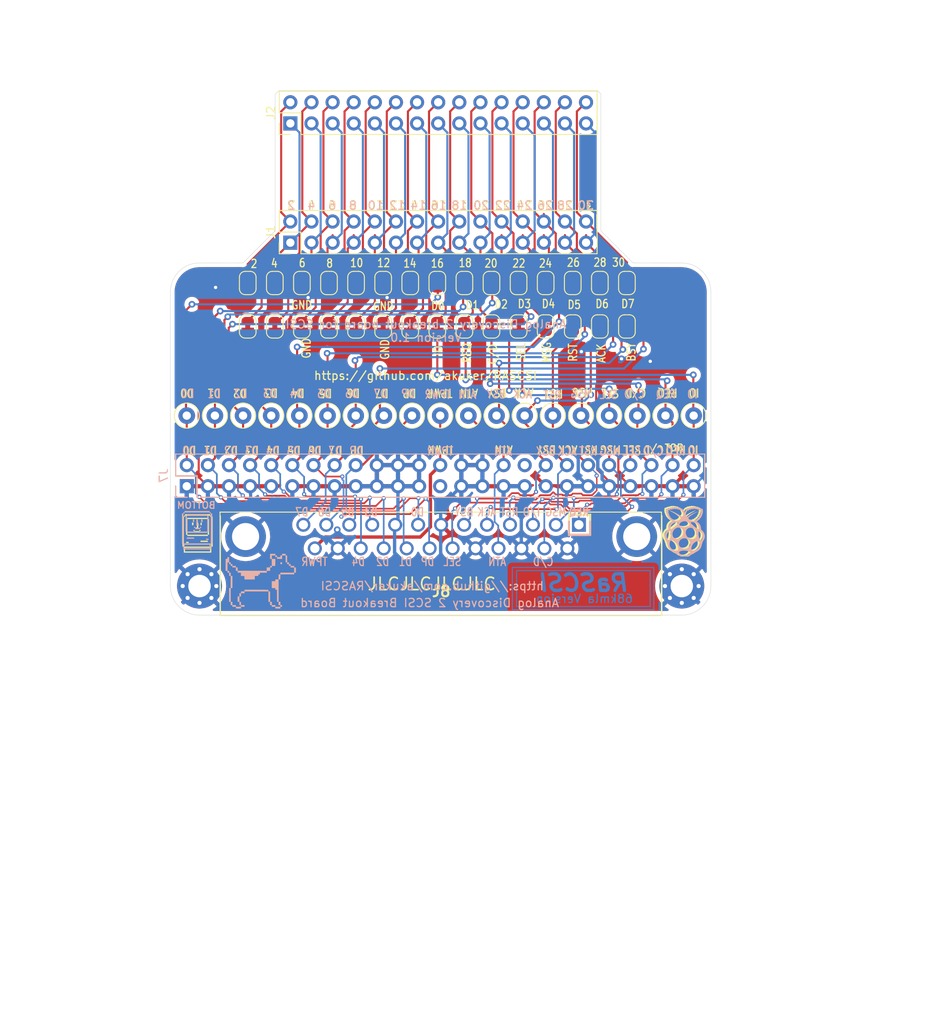
<source format=kicad_pcb>
(kicad_pcb (version 20210228) (generator pcbnew)
  (layers (0 "F.Cu" signal "Top") (31 "B.Cu" signal "Bottom") (34 "B.Paste" user) (35 "F.Paste" user) (36 "B.SilkS" user "B.Silkscreen") (37 "F.SilkS" user "F.Silkscreen") (38 "B.Mask" user) (39 "F.Mask" user) (44 "Edge.Cuts" user))
  (net 0 "")
  (net 1 "GND")
  (net 2 "C-REQ")
  (net 3 "C-MSG")
  (net 4 "C-BSY")
  (net 5 "C-SEL")
  (net 6 "C-RST")
  (net 7 "C-ACK")
  (net 8 "C-ATN")
  (net 9 "C-DP")
  (net 10 "C-D0")
  (net 11 "C-D1")
  (net 12 "C-D2")
  (net 13 "C-D3")
  (net 14 "C-D4")
  (net 15 "C-D5")
  (net 16 "C-D6")
  (net 17 "C-D7")
  (net 18 "C-I_O")
  (net 19 "C-C_D")
  (net 20 "TERMPOW")
  (net 21 "AD2_PIN_14")
  (net 22 "AD2_PIN_13")
  (net 23 "AD2_PIN_10")
  (net 24 "AD2_PIN_9")
  (net 25 "AD2_PIN_8")
  (net 26 "AD2_PIN_7")
  (net 27 "AD2_PIN_4")
  (net 28 "AD2_PIN_3")
  (net 29 "AD2_PIN_2")
  (net 30 "AD2_PIN_1")
  (net 31 "AD2_PIN_30")
  (net 32 "AD2_PIN_29")
  (net 33 "AD2_PIN_28")
  (net 34 "AD2_PIN_27")
  (net 35 "AD2_PIN_26")
  (net 36 "AD2_PIN_25")
  (net 37 "AD2_PIN_24")
  (net 38 "AD2_PIN_23")
  (net 39 "AD2_PIN_22")
  (net 40 "AD2_PIN_21")
  (net 41 "AD2_PIN_20")
  (net 42 "AD2_PIN_19")
  (net 43 "AD2_PIN_18")
  (net 44 "AD2_PIN_17")
  (net 45 "AD2_PIN_16")
  (net 46 "AD2_PIN_15")
  (net 47 "AD2_PIN_12")
  (net 48 "AD2_PIN_11")
  (net 49 "AD2_PIN_6")
  (net 50 "AD2_PIN_5")
  (footprint "MountingHole:MountingHole_2.7mm_M2.5_Pad_Via" (layer "F.Cu") (at 178 95)
    (fp_text reference "H5" hide)
    (fp_text value "Hole4")
  )
  (footprint "MountingHole:MountingHole_2.7mm_M2.5_Pad_Via" (layer "F.Cu") (at 236 95)
    (fp_text reference "H6" hide)
    (fp_text value "Hole6")
  )
  (footprint "SamacSys_Parts:mac_happy_small" (layer "F.Cu") (at 177.8 88.646)
    (fp_text reference "X1" hide)
    (fp_text value "Mac" hide)
  )
  (footprint "SamacSys_Parts:pi_logo" (layer "F.Cu") (at 236.093 88.392)
    (fp_text reference "X7" hide)
    (fp_text value "Pi" hide)
  )
  (footprint "SamacSys_Parts:57489011" (layer "F.Cu") (at 223.6216 87.63 180)
    (fp_text reference "J8")
    (fp_text value "CONFLY DB25" hide)
  )
  (footprint "Connector_PinHeader_2.54mm:PinHeader_2x15_P2.54mm_Vertical" (layer "F.Cu") (at 188.9252 53.6956 90)
    (fp_text reference "J1")
    (fp_text value "Conn_02x15_Odd_Even")
  )
  (footprint "TestPoint:TestPoint_Loop_D2.50mm_Drill1.0mm" (layer "F.Cu") (at 176.4665 74.5)
    (fp_text reference "TP1" hide)
    (fp_text value "TestPoint")
  )
  (footprint "TestPoint:TestPoint_Loop_D2.50mm_Drill1.0mm" (layer "F.Cu") (at 179.853166 74.5)
    (fp_text reference "TP2" hide)
    (fp_text value "TestPoint")
  )
  (footprint "TestPoint:TestPoint_Loop_D2.50mm_Drill1.0mm" (layer "F.Cu") (at 183.239832 74.5)
    (fp_text reference "TP3" hide)
    (fp_text value "TestPoint")
  )
  (footprint "TestPoint:TestPoint_Loop_D2.50mm_Drill1.0mm" (layer "F.Cu") (at 186.626498 74.5)
    (fp_text reference "TP4" hide)
    (fp_text value "TestPoint")
  )
  (footprint "TestPoint:TestPoint_Loop_D2.50mm_Drill1.0mm" (layer "F.Cu") (at 190.013164 74.5)
    (fp_text reference "TP5" hide)
    (fp_text value "TestPoint")
  )
  (footprint "TestPoint:TestPoint_Loop_D2.50mm_Drill1.0mm" (layer "F.Cu") (at 193.39983 74.5)
    (fp_text reference "TP6" hide)
    (fp_text value "TestPoint")
  )
  (footprint "TestPoint:TestPoint_Loop_D2.50mm_Drill1.0mm" (layer "F.Cu") (at 196.786496 74.5)
    (fp_text reference "TP7" hide)
    (fp_text value "TestPoint")
  )
  (footprint "TestPoint:TestPoint_Loop_D2.50mm_Drill1.0mm" (layer "F.Cu") (at 200.173162 74.5)
    (fp_text reference "TP8" hide)
    (fp_text value "TestPoint")
  )
  (footprint "TestPoint:TestPoint_Loop_D2.50mm_Drill1.0mm" (layer "F.Cu") (at 203.559828 74.5)
    (fp_text reference "TP9" hide)
    (fp_text value "TestPoint")
  )
  (footprint "TestPoint:TestPoint_Loop_D2.50mm_Drill1.0mm" (layer "F.Cu") (at 206.946494 74.5)
    (fp_text reference "TP10" hide)
    (fp_text value "TestPoint")
  )
  (footprint "TestPoint:TestPoint_Loop_D2.50mm_Drill1.0mm" (layer "F.Cu") (at 210.33316 74.5)
    (fp_text reference "TP11" hide)
    (fp_text value "TestPoint")
  )
  (footprint "TestPoint:TestPoint_Loop_D2.50mm_Drill1.0mm" (layer "F.Cu") (at 213.719826 74.5)
    (fp_text reference "TP12" hide)
    (fp_text value "TestPoint")
  )
  (footprint "TestPoint:TestPoint_Loop_D2.50mm_Drill1.0mm" (layer "F.Cu") (at 217.106492 74.5)
    (fp_text reference "TP13" hide)
    (fp_text value "TestPoint")
  )
  (footprint "TestPoint:TestPoint_Loop_D2.50mm_Drill1.0mm" (layer "F.Cu") (at 220.493158 74.5)
    (fp_text reference "TP14" hide)
    (fp_text value "TestPoint")
  )
  (footprint "TestPoint:TestPoint_Loop_D2.50mm_Drill1.0mm" (layer "F.Cu") (at 223.879824 74.5)
    (fp_text reference "TP15" hide)
    (fp_text value "TestPoint")
  )
  (footprint "TestPoint:TestPoint_Loop_D2.50mm_Drill1.0mm" (layer "F.Cu") (at 227.26649 74.5)
    (fp_text reference "TP16" hide)
    (fp_text value "TestPoint")
  )
  (footprint "TestPoint:TestPoint_Loop_D2.50mm_Drill1.0mm" (layer "F.Cu") (at 230.653156 74.5)
    (fp_text reference "TP17" hide)
    (fp_text value "TestPoint")
  )
  (footprint "TestPoint:TestPoint_Loop_D2.50mm_Drill1.0mm" (layer "F.Cu") (at 234.039822 74.5)
    (fp_text reference "TP18" hide)
    (fp_text value "TestPoint")
  )
  (footprint "TestPoint:TestPoint_Loop_D2.50mm_Drill1.0mm" (layer "F.Cu") (at 237.426488 74.5)
    (fp_text reference "TP19" hide)
    (fp_text value "TestPoint")
  )
  (footprint "Jumper:SolderJumper-2_P1.3mm_Bridged_RoundedPad1.0x1.5mm" (layer "F.Cu") (at 203.342852 58.55 -90)
    (fp_text reference "JP22" hide)
    (fp_text value "SolderJumper_2_Bridged" hide)
  )
  (footprint "Jumper:SolderJumper-2_P1.3mm_Bridged_RoundedPad1.0x1.5mm" (layer "F.Cu") (at 193.571426 58.55 -90)
    (fp_text reference "JP19" hide)
    (fp_text value "SolderJumper_2_Bridged" hide)
  )
  (footprint "Jumper:SolderJumper-2_P1.3mm_Bridged_RoundedPad1.0x1.5mm" (layer "F.Cu") (at 226.142846 58.55 -90)
    (fp_text reference "JP29" hide)
    (fp_text value "SolderJumper_2_Bridged" hide)
  )
  (footprint "Jumper:SolderJumper-2_P1.3mm_Bridged_RoundedPad1.0x1.5mm" (layer "F.Cu") (at 190.314284 58.55 -90)
    (fp_text reference "JP18" hide)
    (fp_text value "SolderJumper_2_Bridged" hide)
  )
  (footprint "Jumper:SolderJumper-2_P1.3mm_Bridged_RoundedPad1.0x1.5mm" (layer "F.Cu") (at 187.057142 58.55 -90)
    (fp_text reference "JP17" hide)
    (fp_text value "SolderJumper_2_Bridged" hide)
  )
  (footprint "Jumper:SolderJumper-2_P1.3mm_Bridged_RoundedPad1.0x1.5mm" (layer "F.Cu") (at 226.142846 63.775001 90)
    (fp_text reference "JP14" hide)
    (fp_text value "SolderJumper_2_Bridged" hide)
  )
  (footprint "Jumper:SolderJumper-2_P1.3mm_Bridged_RoundedPad1.0x1.5mm" (layer "F.Cu") (at 200.08571 58.55 -90)
    (fp_text reference "JP21" hide)
    (fp_text value "SolderJumper_2_Bridged" hide)
  )
  (footprint "Jumper:SolderJumper-2_P1.3mm_Bridged_RoundedPad1.0x1.5mm" (layer "F.Cu") (at 216.37142 63.775001 90)
    (fp_text reference "JP11" hide)
    (fp_text value "SolderJumper_2_Bridged" hide)
  )
  (footprint "Jumper:SolderJumper-2_P1.3mm_Bridged_RoundedPad1.0x1.5mm" (layer "F.Cu") (at 209.857136 63.775001 90)
    (fp_text reference "JP9" hide)
    (fp_text value "SolderJumper_2_Bridged" hide)
  )
  (footprint "Jumper:SolderJumper-2_P1.3mm_Bridged_RoundedPad1.0x1.5mm" (layer "F.Cu") (at 222.885704 58.55 -90)
    (fp_text reference "JP28" hide)
    (fp_text value "SolderJumper_2_Bridged" hide)
  )
  (footprint "Jumper:SolderJumper-2_P1.3mm_Bridged_RoundedPad1.0x1.5mm" (layer "F.Cu") (at 213.114278 58.55 -90)
    (fp_text reference "JP25" hide)
    (fp_text value "SolderJumper_2_Bridged" hide)
  )
  (footprint "Jumper:SolderJumper-2_P1.3mm_Bridged_RoundedPad1.0x1.5mm" (layer "F.Cu") (at 206.599994 63.775001 90)
    (fp_text reference "JP8" hide)
    (fp_text value "SolderJumper_2_Bridged" hide)
  )
  (footprint "Jumper:SolderJumper-2_P1.3mm_Bridged_RoundedPad1.0x1.5mm" (layer "F.Cu") (at 209.857136 58.55 -90)
    (fp_text reference "JP24" hide)
    (fp_text value "SolderJumper_2_Bridged" hide)
  )
  (footprint "Jumper:SolderJumper-2_P1.3mm_Bridged_RoundedPad1.0x1.5mm" (layer "F.Cu") (at 203.342852 63.775001 90)
    (fp_text reference "JP7" hide)
    (fp_text value "SolderJumper_2_Bridged" hide)
  )
  (footprint "Jumper:SolderJumper-2_P1.3mm_Bridged_RoundedPad1.0x1.5mm" (layer "F.Cu") (at 200.08571 63.775001 90)
    (fp_text reference "JP6" hide)
    (fp_text value "SolderJumper_2_Bridged" hide)
  )
  (footprint "Jumper:SolderJumper-2_P1.3mm_Bridged_RoundedPad1.0x1.5mm" (layer "F.Cu") (at 190.314284 63.775001 90)
    (fp_text reference "JP3" hide)
    (fp_text value "SolderJumper_2_Bridged" hide)
  )
  (footprint "Jumper:SolderJumper-2_P1.3mm_Bridged_RoundedPad1.0x1.5mm" (layer "F.Cu") (at 187.057142 63.775001 90)
    (fp_text reference "JP2" hide)
    (fp_text value "SolderJumper_2_Bridged" hide)
  )
  (footprint "Jumper:SolderJumper-2_P1.3mm_Bridged_RoundedPad1.0x1.5mm" (layer "F.Cu") (at 193.571426 63.775001 90)
    (fp_text reference "JP4" hide)
    (fp_text value "SolderJumper_2_Bridged" hide)
  )
  (footprint "Jumper:SolderJumper-2_P1.3mm_Bridged_RoundedPad1.0x1.5mm" (layer "F.Cu") (at 196.828568 58.55 -90)
    (fp_text reference "JP20" hide)
    (fp_text value "SolderJumper_2_Bridged" hide)
  )
  (footprint "Jumper:SolderJumper-2_P1.3mm_Bridged_RoundedPad1.0x1.5mm" (layer "F.Cu") (at 183.8 58.55 -90)
    (fp_text reference "JP16" hide)
    (fp_text value "SolderJumper_2_Bridged" hide)
  )
  (footprint "Jumper:SolderJumper-2_P1.3mm_Bridged_RoundedPad1.0x1.5mm" (layer "F.Cu") (at 213.114278 63.775001 90)
    (fp_text reference "JP10" hide)
    (fp_text value "SolderJumper_2_Bridged" hide)
  )
  (footprint "Jumper:SolderJumper-2_P1.3mm_Bridged_RoundedPad1.0x1.5mm" (layer "F.Cu") (at 196.828568 63.775001 90)
    (fp_text reference "JP5" hide)
    (fp_text value "SolderJumper_2_Bridged" hide)
  )
  (footprint "Jumper:SolderJumper-2_P1.3mm_Bridged_RoundedPad1.0x1.5mm" (layer "F.Cu") (at 219.628562 63.775001 90)
    (fp_text reference "JP12" hide)
    (fp_text value "SolderJumper_2_Bridged" hide)
  )
  (footprint "Jumper:SolderJumper-2_P1.3mm_Bridged_RoundedPad1.0x1.5mm" (layer "F.Cu") (at 222.885704 63.775001 90)
    (fp_text reference "JP13" hide)
    (fp_text value "SolderJumper_2_Bridged" hide)
  )
  (footprint "Jumper:SolderJumper-2_P1.3mm_Bridged_RoundedPad1.0x1.5mm" (layer "F.Cu") (at 219.628562 58.55 -90)
    (fp_text reference "JP27" hide)
    (fp_text value "SolderJumper_2_Bridged" hide)
  )
  (footprint "Jumper:SolderJumper-2_P1.3mm_Bridged_RoundedPad1.0x1.5mm" (layer "F.Cu") (at 206.599994 58.55 -90)
    (fp_text reference "JP23" hide)
    (fp_text value "SolderJumper_2_Bridged" hide)
  )
  (footprint "Jumper:SolderJumper-2_P1.3mm_Bridged_RoundedPad1.0x1.5mm" (layer "F.Cu") (at 229.4 63.775001 90)
    (fp_text reference "JP15" hide)
    (fp_text value "SolderJumper_2_Bridged" hide)
  )
  (footprint "Jumper:SolderJumper-2_P1.3mm_Bridged_RoundedPad1.0x1.5mm" (layer "F.Cu") (at 183.8 63.775001 90)
    (fp_text reference "JP1" hide)
    (fp_text value "SolderJumper_2_Bridged" hide)
  )
  (footprint "Jumper:SolderJumper-2_P1.3mm_Bridged_RoundedPad1.0x1.5mm" (layer "F.Cu") (at 216.37142 58.55 -90)
    (fp_text reference "JP26" hide)
    (fp_text value "SolderJumper_2_Bridged" hide)
  )
  (footprint "Jumper:SolderJumper-2_P1.3mm_Bridged_RoundedPad1.0x1.5mm" (layer "F.Cu") (at 229.4 58.55 -90)
    (fp_text reference "JP30" hide)
    (fp_text value "SolderJumper_2_Bridged" hide)
  )
  (footprint "Connector_PinHeader_2.54mm:PinHeader_2x15_P2.54mm_Vertical" (layer "F.Cu") (at 188.9252 39.3544 90)
    (fp_text reference "J2")
    (fp_text value "Conn_02x15_Odd_Even")
  )
  (footprint "Connector_PinSocket_2.54mm:PinSocket_2x25_P2.54mm_Vertical" (layer "B.Cu") (at 176.4665 82.9945 -90)
    (fp_text reference "J7")
    (fp_text value "Conn_02x25_Odd_Even")
  )
  (footprint "SamacSys_Parts:dogcow" (layer "B.Cu") (at 185.3565 94.4245 180)
    (fp_text reference "X2" hide)
    (fp_text value "Dogcow" hide)
  )
  (footprint "SamacSys_Parts:pi_logo" (layer "B.Cu") (at 236.347 88.519 180)
    (fp_text reference "X4" hide)
    (fp_text value "Raspberry Pi" hide)
  )
  (footprint "SamacSys_Parts:mac_happy_small" (layer "B.Cu") (at 177.673 88.265 180)
    (fp_text reference "X3" hide)
    (fp_text value "Mac2" hide)
  )
  (gr_line (start 232.6405 97.841) (end 232.6405 92.761) (layer "B.Cu") (width 0.12))
  (gr_line (start 232.577 92.761) (end 215.6225 92.761) (layer "B.Cu") (width 0.12))
  (gr_line (start 232.6405 97.841) (end 215.6225 97.841) (layer "B.Cu") (width 0.12))
  (gr_line (start 215.6225 92.761) (end 215.6225 97.841) (layer "B.Cu") (width 0.12))
  (gr_line (start 232.196 97.46) (end 216.1305 97.46) (layer "B.Cu") (width 0.12))
  (gr_line (start 232.196 93.142) (end 232.196 97.46) (layer "B.Cu") (width 0.12))
  (gr_line (start 216.1305 97.46) (end 216.1305 93.2055) (layer "B.Cu") (width 0.12))
  (gr_line (start 216.194 93.142) (end 232.196 93.142) (layer "B.Cu") (width 0.12))
  (gr_line (start 238.76 84.328) (end 177.673 84.328) (layer "B.SilkS") (width 0.12))
  (gr_line (start 222.377 87.1855) (end 222.377 88.9) (layer "B.SilkS") (width 0.12))
  (gr_line (start 222.377 88.9) (end 225.044 88.9) (layer "B.SilkS") (width 0.12))
  (gr_line (start 222.504 87.1855) (end 222.504 88.773) (layer "B.SilkS") (width 0.12))
  (gr_line (start 222.504 88.773) (end 224.917 88.773) (layer "B.SilkS") (width 0.12))
  (gr_line (start 222.377 88.9) (end 225.044 88.9) (layer "B.SilkS") (width 0.12))
  (gr_line (start 225.044 88.9) (end 225.044 87.1855) (layer "B.SilkS") (width 0.12))
  (gr_line (start 222.504 88.773) (end 224.917 88.773) (layer "B.SilkS") (width 0.12))
  (gr_line (start 224.917 88.773) (end 224.917 87.1855) (layer "B.SilkS") (width 0.12))
  (gr_line (start 175.133 84.328) (end 176.53 84.328) (layer "B.SilkS") (width 0.12))
  (gr_line (start 175.133 81.788) (end 175.133 79.121) (layer "B.SilkS") (width 0.12))
  (gr_line (start 177.673 84.328) (end 177.673 81.788) (layer "B.SilkS") (width 0.12))
  (gr_line (start 238.76 79.121) (end 238.76 84.328) (layer "B.SilkS") (width 0.12))
  (gr_line (start 177.673 81.788) (end 175.133 81.788) (layer "B.SilkS") (width 0.12))
  (gr_line (start 175.133 82.931) (end 175.133 84.328) (layer "B.SilkS") (width 0.12))
  (gr_line (start 222.377 88.9) (end 222.377 86.36) (layer "F.SilkS") (width 0.12))
  (gr_line (start 180.467 98.552) (end 233.553 98.552) (layer "F.SilkS") (width 0.12))
  (gr_line (start 233.553 98.552) (end 233.553 86.106) (layer "F.SilkS") (width 0.12))
  (gr_line (start 224.917 86.487) (end 224.917 88.773) (layer "F.SilkS") (width 0.12))
  (gr_line (start 225.044 86.36) (end 225.044 88.9) (layer "F.SilkS") (width 0.12))
  (gr_line (start 222.377 86.36) (end 225.044 86.36) (layer "F.SilkS") (width 0.12))
  (gr_line (start 225.044 88.9) (end 222.377 88.9) (layer "F.SilkS") (width 0.12))
  (gr_line (start 233.553 86.106) (end 180.467 86.106) (layer "F.SilkS") (width 0.12))
  (gr_line (start 224.917 88.773) (end 222.504 88.773) (layer "F.SilkS") (width 0.12))
  (gr_line (start 222.504 88.773) (end 222.504 86.487) (layer "F.SilkS") (width 0.12))
  (gr_line (start 222.504 86.487) (end 224.917 86.487) (layer "F.SilkS") (width 0.12))
  (gr_line (start 180.467 86.106) (end 180.467 98.552) (layer "F.SilkS") (width 0.12))
  (gr_line (start 178 98.496) (end 236 98.496) (layer "Edge.Cuts") (width 0.05))
  (gr_arc (start 236 59.640428) (end 239.5 59.640428) (angle -90) (layer "Edge.Cuts") (width 0.05))
  (gr_line (start 187.5536 35.4076) (end 225.864524 35.4076) (layer "Edge.Cuts") (width 0.05))
  (gr_arc (start 177.998 59.6392) (end 177.998 56.1392) (angle -90) (layer "Edge.Cuts") (width 0.05))
  (gr_line (start 183.2356 56.134) (end 177.998 56.1392) (layer "Edge.Cuts") (width 0.05))
  (gr_line (start 187.5536 35.4076) (end 187.0964 35.8648) (layer "Edge.Cuts") (width 0.05))
  (gr_line (start 187.0964 52.2732) (end 183.2864 56.0832) (layer "Edge.Cuts") (width 0.05))
  (gr_line (start 225.864524 35.4076) (end 226.270924 35.814) (layer "Edge.Cuts") (width 0.05))
  (gr_line (start 239.5 59.640428) (end 239.5 94.996) (layer "Edge.Cuts") (width 0.05))
  (gr_arc (start 236 94.996) (end 236 98.496) (angle -90) (layer "Edge.Cuts") (width 0.05))
  (gr_line (start 226.270924 35.814) (end 226.270924 52.2732) (layer "Edge.Cuts") (width 0.05))
  (gr_line (start 230.124 56.134) (end 236 56.140428) (layer "Edge.Cuts") (width 0.05))
  (gr_arc (start 178 94.996) (end 174.5 94.996) (angle -90) (layer "Edge.Cuts") (width 0.05))
  (gr_line (start 226.270924 52.2732) (end 230.124 56.134) (layer "Edge.Cuts") (width 0.05))
  (gr_line (start 183.2864 56.0832) (end 183.2356 56.134) (layer "Edge.Cuts") (width 0.05))
  (gr_line (start 187.0964 35.8648) (end 187.0964 52.2732) (layer "Edge.Cuts") (width 0.05))
  (gr_line (start 174.498 59.6392) (end 174.5 94.996) (layer "Edge.Cuts") (width 0.05))
  (gr_text "RaSCSI" (at 224.282 94.615) (layer "B.Cu") (effects (font (size 2 2) (thickness 0.4) italic) (justify mirror)))
  (gr_text "68kmla Version" (at 224.282 96.52) (layer "B.Cu") (effects (font (size 1 1)) (justify mirror)))
  (gr_text "https://github.com/akuker/RASCSI" (at 205.994 94.996) (layer "B.SilkS") (effects (font (size 1 1)) (justify mirror)))
  (gr_text "BOTTOM" (at 177.6095 85.2805) (layer "B.SilkS") (effects (font (size 0.8 0.8)) (justify mirror)))
  (gr_text "BSY" (at 209.804 86.106) (layer "B.SilkS") (effects (font (size 1 0.8)) (justify mirror)))
  (gr_text "MSG" (at 220.853 86.106) (layer "B.SilkS") (effects (font (size 1 0.8)) (justify mirror)))
  (gr_text "ACK" (at 212.5345 86.106) (layer "B.SilkS") (effects (font (size 1 0.8)) (justify mirror)))
  (gr_text "ATN" (at 213.8045 92.075) (layer "B.SilkS") (effects (font (size 1 0.8)) (justify mirror)))
  (gr_text "I/O" (at 217.932 86.106) (layer "B.SilkS") (effects (font (size 1 0.8)) (justify mirror)))
  (gr_text "REQ" (at 223.647 86.106) (layer "B.SilkS") (effects (font (size 1 0.8)) (justify mirror)))
  (gr_text "C/D" (at 219.329 92.075) (layer "B.SilkS") (effects (font (size 1 0.8)) (justify mirror)))
  (gr_text "D0" (at 204.216 86.106) (layer "B.SilkS") (effects (font (size 1 0.8)) (justify mirror)))
  (gr_text "D2" (at 200.025 92.075) (layer "B.SilkS") (effects (font (size 1 0.8)) (justify mirror)))
  (gr_text "TPWR" (at 191.8335 92.075) (layer "B.SilkS") (effects (font (size 1 0.8)) (justify mirror)))
  (gr_text "D7" (at 190.3095 86.106) (layer "B.SilkS") (effects (font (size 1 0.8)) (justify mirror)))
  (gr_text "D5" (at 195.834 86.106) (layer "B.SilkS") (effects (font (size 1 0.8)) (justify mirror)))
  (gr_text "D1" (at 202.7555 92.075) (layer "B.SilkS") (effects (font (size 1 0.8)) (justify mirror)))
  (gr_text "D6" (at 193.04 86.106) (layer "B.SilkS") (effects (font (size 1 0.8)) (justify mirror)))
  (gr_text "SEL" (at 208.407 92.075) (layer "B.SilkS") (effects (font (size 1 0.8)) (justify mirror)))
  (gr_text "D4" (at 197.104 92.075) (layer "B.SilkS") (effects (font (size 1 0.8)) (justify mirror)))
  (gr_text "DP" (at 205.4225 92.075) (layer "B.SilkS") (effects (font (size 1 0.8)) (justify mirror)))
  (gr_text "RST" (at 215.265 86.106) (layer "B.SilkS") (effects (font (size 1 0.8)) (justify mirror)))
  (gr_text "D3" (at 198.628 86.106) (layer "B.SilkS") (effects (font (size 1 0.8)) (justify mirror)))
  (gr_text "DP" (at 196.85 78.74) (layer "B.SilkS") (effects (font (size 1 0.8)) (justify mirror)))
  (gr_text "C/D" (at 232.522448 78.8035) (layer "B.SilkS") (effects (font (size 1 0.8)) (justify mirror)))
  (gr_text "ATN" (at 214.503 78.8035) (layer "B.SilkS") (effects (font (size 1 0.8)) (justify mirror)))
  (gr_text "ACK" (at 222.206452 78.8035) (layer "B.SilkS") (effects (font (size 1 0.8)) (justify mirror)))
  (gr_text "D4" (at 186.775724 78.74) (layer "B.SilkS") (effects (font (size 1 0.8)) (justify mirror)))
  (gr_text "D7" (at 194.317142 78.74) (layer "B.SilkS") (effects (font (size 1 0.8)) (justify mirror)))
  (gr_text "D3" (at 184.261918 78.74) (layer "B.SilkS") (effects (font (size 1 0.8)) (justify mirror)))
  (gr_text "TPWR" (at 206.9465 78.8035) (layer "B.SilkS") (effects (font (size 1 0.8)) (justify mirror)))
  (gr_text "MSG" (at 227.345403 78.8035) (layer "B.SilkS") (effects (font (size 1 0.8)) (justify mirror)))
  (gr_text "D1" (at 179.234306 78.74) (layer "B.SilkS") (effects (font (size 1 0.8)) (justify mirror)))
  (gr_text "RST" (at 224.728308 78.8035) (layer "B.SilkS") (effects (font (size 1 0.8)) (justify mirror)))
  (gr_text "IO" (at 237.2995 78.8035) (layer "B.SilkS") (effects (font (size 1 0.8)) (justify mirror)))
  (gr_text "REQ" (at 235.215733 78.8035) (layer "B.SilkS") (effects (font (size 1 0.8)) (justify mirror)))
  (gr_text "SEL" (at 229.943449 78.8035) (layer "B.SilkS") (effects (font (size 1 0.8)) (justify mirror)))
  (gr_text "BSY" (at 219.6465 78.8035) (layer "B.SilkS") (effects (font (size 1 0.8)) (justify mirror)))
  (gr_text "D6" (at 191.803336 78.74) (layer "B.SilkS") (effects (font (size 1 0.8)) (justify mirror)))
  (gr_text "D5" (at 189.28953 78.74) (layer "B.SilkS") (effects (font (size 1 0.8)) (justify mirror)))
  (gr_text "D2" (at 181.748112 78.74) (layer "B.SilkS") (effects (font (size 1 0.8)) (justify mirror)))
  (gr_text "D0" (at 176.7205 78.74) (layer "B.SilkS") (effects (font (size 1 0.8)) (justify mirror)))
  (gr_text "DP" (at 203.053972 71.8693) (layer "B.SilkS") (effects (font (size 1 0.8)) (justify mirror)))
  (gr_text "D4" (at 189.642771 71.8533) (layer "B.SilkS") (effects (font (size 1 0.8)) (justify mirror)))
  (gr_text "24" (at 217.0684 49.2252) (layer "B.SilkS") (effects (font (size 1 1)) (justify mirror)))
  (gr_text "D2" (at 182.9816 71.8693) (layer "B.SilkS") (effects (font (size 1 0.8)) (justify mirror)))
  (gr_text "26" (at 219.5576 49.2252) (layer "B.SilkS") (effects (font (size 1 1)) (justify mirror)))
  (gr_text "6" (at 193.9544 49.2252) (layer "B.SilkS") (effects (font (size 1 1)) (justify mirror)))
  (gr_text "2" (at 189.0268 49.2252) (layer "B.SilkS") (effects (font (size 1 1)) (justify mirror)))
  (gr_text "D3" (at 186.436 71.8312) (layer "B.SilkS") (effects (font (size 1 0.8)) (justify mirror)))
  (gr_text "30" (at 224.4344 49.2252) (layer "B.SilkS") (effects (font (size 1 1)) (justify mirror)))
  (gr_text "Analog Discovery 2 SCSI Breakout Board" (at 205.6765 97.028) (layer "B.SilkS") (effects (font (size 1 1)) (justify mirror)))
  (gr_text "D5" (at 192.944771 71.8693) (layer "B.SilkS") (effects (font (size 1 0.8)) (justify mirror)))
  (gr_text "14" (at 204.3176 49.2252) (layer "B.SilkS") (effects (font (size 1 1)) (justify mirror)))
  (gr_text "SEL" (at 227.183971 71.9803) (layer "B.SilkS") (effects (font (size 1 0.8)) (justify mirror)))
  (gr_text "4" (at 191.4652 49.2252) (layer "B.SilkS") (effects (font (size 1 1)) (justify mirror)))
  (gr_text "TPWR" (at 206.660772 71.9803) (layer "B.SilkS") (effects (font (size 1 0.8)) (justify mirror)))
  (gr_text "D1" (at 179.7812 71.882) (layer "B.SilkS") (effects (font (size 1 0.8)) (justify mirror)))
  (gr_text "IO" (at 237.2868 71.9328) (layer "B.SilkS") (effects (font (size 1 0.8)) (justify mirror)))
  (gr_text "REQ" (at 234.091664 71.9328) (layer "B.SilkS") (effects (font (size 1 0.8)) (justify mirror)))
  (gr_text "18" (at 209.2452 49.2252) (layer "B.SilkS") (effects (font (size 1 1)) (justify mirror)))
  (gr_text "Analog Discovery 2 breakout board for SCSI\nVersion 1.0" (at 205.232 64.3128) (layer "B.SilkS") (effects (font (size 1 1)) (justify mirror)))
  (gr_text "BSY" (at 213.671171 71.9295) (layer "B.SilkS") (effects (font (size 1 0.8)) (justify mirror)))
  (gr_text "22" (at 214.4776 49.2252) (layer "B.SilkS") (effects (font (size 1 1)) (justify mirror)))
  (gr_text "D7" (at 199.751971 71.8693) (layer "B.SilkS") (effects (font (size 1 0.8)) (justify mirror)))
  (gr_text "MSG" (at 223.8756 71.882) (layer "B.SilkS") (effects (font (size 1 0.8)) (justify mirror)))
  (gr_text "RST" (at 220.427571 72.0311) (layer "B.SilkS") (effects (font (size 1 0.8)) (justify mirror)))
  (gr_text "16" (at 206.756 49.2252) (layer "B.SilkS") (effects (font (size 1 1)) (justify mirror)))
  (gr_text "20" (at 211.8868 49.2252) (layer "B.SilkS") (effects (font (size 1 1)) (justify mirror)))
  (gr_text "10" (at 199.1868 49.2252) (layer "B.SilkS") (effects (font (size 1 1)) (justify mirror)))
  (gr_text "28" (at 221.9452 49.2252) (layer "B.SilkS") (effects (font (size 1 1)) (justify mirror)))
  (gr_text "C/D" (at 230.287011 71.9328) (layer "B.SilkS") (effects (font (size 1 0.8)) (justify mirror)))
  (gr_text "ACK" (at 216.820772 71.9295) (layer "B.SilkS") (effects (font (size 1 0.8)) (justify mirror)))
  (gr_text "D6" (at 196.297571 71.8533) (layer "B.SilkS") (effects (font (size 1 0.8)) (justify mirror)))
  (gr_text "8" (at 196.4436 49.2252) (layer "B.SilkS") (effects (font (size 1 1)) (justify mirror)))
  (gr_text "ATN" (at 210.216771 71.9803) (layer "B.SilkS") (effects (font (size 1 0.8)) (justify mirror)))
  (gr_text "D0" (at 176.5808 71.8693) (layer "B.SilkS") (effects (font (size 1 0.8)) (justify mirror)))
  (gr_text "12" (at 201.7776 49.2252) (layer "B.SilkS") (effects (font (size 1 1)) (justify mirror)))
  (gr_text "https://github.com/akuker/RASCSI" (at 205.1812 69.6976) (layer "F.SilkS") (effects (font (size 1 1))))
  (gr_text "IO" (at 206.7052 66.7004 90) (layer "F.SilkS") (effects (font (size 1 0.8))))
  (gr_text "2" (at 184.5564 56.2356) (layer "F.SilkS") (effects (font (size 1 0.8))))
  (gr_text "28" (at 221.97701 49.1236 180) (layer "F.SilkS") (effects (font (size 1 1))))
  (gr_text "D5" (at 193.1416 71.7964 180) (layer "F.SilkS") (effects (font (size 1 0.8))))
  (gr_text "18" (at 209.27701 49.1236 180) (layer "F.SilkS") (effects (font (size 1 1))))
  (gr_text "D7" (at 194.399671 78.6544 180) (layer "F.SilkS") (effects (font (size 1 0.8))))
  (gr_text "D0" (at 176.4792 71.7804 180) (layer "F.SilkS") (effects (font (size 1 0.8))))
  (gr_text "ACK" (at 222.28898 78.5909 180) (layer "F.SilkS") (effects (font (size 1 0.8))))
  (gr_text "2" (at 189.05861 49.1236 180) (layer "F.SilkS") (effects (font (size 1 1))))
  (gr_text "D4" (at 189.8396 71.7804 180) (layer "F.SilkS") (effects (font (size 1 0.8))))
  (gr_text "16" (at 206.78781 49.1236 180) (layer "F.SilkS") (effects (font (size 1 1))))
  (gr_text "SEL" (at 227.3808 71.7804 180) (layer "F.SilkS") (effects (font (size 1 0.8))))
  (gr_text "D7" (at 229.5144 61.0616) (layer "F.SilkS") (effects (font (size 1 0.8))))
  (gr_text "D0" (at 176.803029 78.6544 180) (layer "F.SilkS") (effects (font (size 1 0.8))))
  (gr_text "D0" (at 206.6544 61.3156) (layer "F.SilkS") (effects (font (size 1 0.8))))
  (gr_text "RST" (at 224.810837 78.5909 180) (layer "F.SilkS") (effects (font (size 1 0.8))))
  (gr_text "D3" (at 186.632829 71.7583 180) (layer "F.SilkS") (effects (font (size 1 0.8))))
  (gr_text "D6" (at 196.4944 71.7804 180) (layer "F.SilkS") (effects (font (size 1 0.8))))
  (gr_text "ACK" (at 217.0176 71.7296 180) (layer "F.SilkS") (effects (font (size 1 0.8))))
  (gr_text "BSY" (at 213.868 71.7296 180) (layer "F.SilkS") (effects (font (size 1 0.8))))
  (gr_text "BSY" (at 229.9208 66.8528 90) (layer "F.SilkS") (effects (font (size 1 0.8))))
  (gr_text "4\n" (at 186.9948 56.1848) (layer "F.SilkS") (effects (font (size 1 0.8))))
  (gr_text "GND" (at 190.2968 61.214) (layer "F.SilkS") (effects (font (size 1 0.8))))
  (gr_text "26" (at 219.58941 49.1236 180) (layer "F.SilkS") (effects (font (size 1 1))))
  (gr_text "BSY" (at 219.729029 78.5909 180) (layer "F.SilkS") (effects (font (size 1 0.8))))
  (gr_text "DP" (at 196.932528 78.6544 180) (layer "F.SilkS") (effects (font (size 1 0.8))))
  (gr_text "22" (at 214.50941 49.1236 180) (layer "F.SilkS") (effects (font (size 1 1))))
  (gr_text "MSG" (at 227.427931 78.5909 180) (layer "F.SilkS") (effects (font (size 1 0.8))))
  (gr_text "8" (at 196.47541 49.1236 180) (layer "F.SilkS") (effects (font (size 1 1))))
  (gr_text "JLCJLCJLCJLC" (at 205.9305 94.742) (layer "F.SilkS") (effects (font (size 1.5 1.5) (thickness 0.2))))
  (gr_text "SEL" (at 230.025978 78.5909 180) (layer "F.SilkS") (effects (font (size 1 0.8))))
  (gr_text "IO" (at 237.382028 78.5909 180) (layer "F.SilkS") (effects (font (size 1 0.8))))
  (gr_text "ACK" (at 226.314 67.0052 90) (layer "F.SilkS") (effects (font (size 1 0.8))))
  (gr_text "4" (at 191.49701 49.1236 180) (layer "F.SilkS") (effects (font (size 1 1))))
  (gr_text "16" (at 206.6036 56.1848) (layer "F.SilkS") (effects (font (size 1 0.8))))
  (gr_text "GND" (at 200.3044 66.548 90) (layer "F.SilkS") (effects (font (size 1 0.8))))
  (gr_text "ATN" (at 214.585529 78.5909 180) (layer "F.SilkS") (effects (font (size 1 0.8))))
  (gr_text "MSG" (at 224.072428 71.6821 180) (layer "F.SilkS") (effects (font (size 1 0.8))))
  (gr_text "D5" (at 189.372059 78.6544 180) (layer "F.SilkS") (effects (font (size 1 0.8))))
  (gr_text "22" (at 216.408 56.1848) (layer "F.SilkS") (effects (font (size 1 0.8))))
  (gr_text "20" (at 213.0552 56.1848) (layer "F.SilkS") (effects (font (size 1 0.8))))
  (gr_text "D1" (at 210.82 61.214) (layer "F.SilkS") (effects (font (size 1 0.8))))
  (gr_text "D6" (at 191.885865 78.6544 180) (layer "F.SilkS") (effects (font (size 1 0.8))))
  (gr_text "D7" (at 199.9488 71.7964 180) (layer "F.SilkS") (effects (font (size 1 0.8))))
  (gr_text "10" (at 199.21861 49.1236 180) (layer "F.SilkS") (effects (font (size 1 1))))
  (gr_text "RST" (at 220.6244 71.8312 180) (layer "F.SilkS") (effects (font (size 1 0.8))))
  (gr_text "TPWR" (at 207.029028 78.5909 180) (layer "F.SilkS") (effects (font (size 1 0.8))))
  (gr_text "10" (at 196.9008 56.134) (layer "F.SilkS") (effects (font (size 1 0.8))))
  (gr_text "14" (at 204.34941 49.1236 180) (layer "F.SilkS") (effects (font (size 1 1))))
  (gr_text "GND" (at 200.1012 61.3664) (layer "F.SilkS") (effects (font (size 1 0.8))))
  (gr_text "20" (at 211.91861 49.1236 180) (layer "F.SilkS") (effects (font (size 1 1))))
  (gr_text "24" (at 219.6084 56.1848) (layer "F.SilkS") (effects (font (size 1 0.8))))
  (gr_text "DP" (at 203.2508 71.7964 180) (layer "F.SilkS") (effects (font (size 1 0.8))))
  (gr_text "D1" (at 179.7304 71.7804 180) (layer "F.SilkS") (effects (font (size 1 0.8))))
  (gr_text "18" (at 209.9564 56.134) (layer "F.SilkS") (effects (font (size 1 0.8))))
  (gr_text "TPWR" (at 206.8576 71.7804 180) (layer "F.SilkS") (effects (font (size 1 0.8))))
  (gr_text "C/D" (at 232.604977 78.5909 180) (layer "F.SilkS") (effects (font (size 1 0.8))))
  (gr_text "26" (at 222.9612 56.0832) (layer "F.SilkS") (effects (font (size 1 0.8))))
  (gr_text "C/D" (at 213.2584 67.1068 90) (layer "F.SilkS") (effects (font (size 1 0.8))))
  (gr_text "28" (at 226.1616 56.0832) (layer "F.SilkS") (effects (font (size 1 0.8))))
  (gr_text "24" (at 217.10021 49.1236 180) (layer "F.SilkS") (effects (font (size 1 1))))
  (gr_text "REQ" (at 234.288493 71.7329 180) (layer "F.SilkS") (effects (font (size 1 0.8))))
  (gr_text "C/D" (at 230.48384 71.7329 180) (layer "F.SilkS") (effects (font (size 1 0.8))))
  (gr_text "12" (at 201.80941 49.1236 180) (layer "F.SilkS") (effects (font (size 1 1))))
  (gr_text "REQ" (at 210.1596 66.9544 90) (layer "F.SilkS") (effects (font (size 1 0.8))))
  (gr_text "14" (at 203.3016 56.1848) (layer "F.SilkS") (effects (font (size 1 0.8))))
  (gr_text "TOP" (at 235.077 78.359) (layer "F.SilkS") (effects (font (size 0.8 0.8))))
  (gr_text "D3" (at 184.344447 78.6544 180) (layer "F.SilkS") (effects (font (size 1 0.8))))
  (gr_text "IO" (at 237.483628 71.7329 180) (layer "F.SilkS") (effects (font (size 1 0.8))))
  (gr_text "MSG" (at 219.7608 66.9036 90) (layer "F.SilkS") (effects (font (size 1 0.8))))
  (gr_text "D4" (at 186.858253 78.6544 180) (layer "F.SilkS") (effects (font (size 1 0.8))))
  (gr_text "D2" (at 214.2744 61.1124) (layer "F.SilkS") (effects (font (size 1 0.8))))
  (gr_text "D4" (at 219.964 61.0616) (layer "F.SilkS") (effects (font (size 1 0.8))))
  (gr_text "RST" (at 222.9104 66.9036 90) (layer "F.SilkS") (effects (font (size 1 0.8))))
  (gr_text "GND" (at 190.8556 66.3956 90) (layer "F.SilkS") (effects (font (size 1 0.8))))
  (gr_text "ATN" (at 210.4136 71.7804 180) (layer "F.SilkS") (effects (font (size 1 0.8))))
  (gr_text "D2" (at 181.830641 78.6544 180) (layer "F.SilkS") (effects (font (size 1 0.8))))
  (gr_text "D2" (at 182.837745 71.7964 180) (layer "F.SilkS") (effects (font (size 1 0.8))))
  (gr_text "8" (at 193.6496 56.1848) (layer "F.SilkS") (effects (font (size 1 0.8))))
  (gr_text "D1" (at 179.316835 78.6544 180) (layer "F.SilkS") (effects (font (size 1 0.8))))
  (gr_text "30" (at 228.3968 56.0832) (layer "F.SilkS") (effects (font (size 1 0.8))))
  (gr_text "6" (at 190.3476 56.134) (layer "F.SilkS") (effects (font (size 1 0.8))))
  (gr_text "REQ" (at 235.298262 78.5909 180) (layer "F.SilkS") (effects (font (size 1 0.8))))
  (gr_text "SEL" (at 216.662 66.8528 90) (layer "F.SilkS") (effects (font (size 1 0.8))))
  (gr_text "12" (at 200.152 56.134) (layer "F.SilkS") (effects (font (size 1 0.8))))
  (gr_text "D6" (at 226.4156 61.0616) (layer "F.SilkS") (effects (font (size 1 0.8))))
  (gr_text "6" (at 193.98621 49.1236 180) (layer "F.SilkS") (effects (font (size 1 1))))
  (gr_text "D5" (at 223.0628 61.1632) (layer "F.SilkS") (effects (font (size 1 0.8))))
  (gr_text "30" (at 224.46621 49.1236 180) (layer "F.SilkS") (effects (font (size 1 1))))
  (gr_text "D3" (at 217.0684 61.0616) (layer "F.SilkS") (effects (font (size 1 0.8))))
  (segment (start 225.828501 80.983461) (end 225.828501 79.016501) (width 0.25) (layer "F.Cu") (net 1))
  (segment (start 225.828501 79.016501) (end 222.3008 75.4888) (width 0.25) (layer "F.Cu") (net 1))
  (segment (start 228.368501 81.556501) (end 228.368501 77.949701) (width 0.25) (layer "F.Cu") (net 1))
  (segment (start 190.314284 64.425001) (end 189.569325 64.425001) (width 0.25) (layer "F.Cu") (net 1))
  (segment (start 234.8865 82.9945) (end 236.063501 81.817499) (width 0.4) (layer "F.Cu") (net 1))
  (segment (start 179.0065 82.9945) (end 177.904499 81.892499) (width 0.25) (layer "F.Cu") (net 1))
  (segment (start 227.6348 56.8452) (end 227.6348 61.359801) (width 0.25) (layer "F.Cu") (net 1))
  (segment (start 228.368501 77.949701) (end 225.7044 75.2856) (width 0.25) (layer "F.Cu") (net 1))
  (segment (start 224.4852 53.6956) (end 227.6348 56.8452) (width 0.25) (layer "F.Cu") (net 1))
  (segment (start 227.2665 82.42146) (end 225.828501 80.983461) (width 0.25) (layer "F.Cu") (net 1))
  (segment (start 222.3008 75.4888) (end 222.3008 68.4276) (width 0.25) (layer "F.Cu") (net 1))
  (segment (start 188.9252 62.5856) (end 190.314284 61.196516) (width 0.25) (layer "F.Cu") (net 1))
  (segment (start 200.5584 60.2996) (end 200.5584 59.67269) (width 0.25) (layer "F.Cu") (net 1))
  (segment (start 219.6465 82.9945) (end 218.469499 81.817499) (width 0.4) (layer "F.Cu") (net 1))
  (segment (start 200.5584 59.67269) (end 200.08571 59.2) (width 0.25) (layer "F.Cu") (net 1))
  (segment (start 229.0572 67.9704) (end 228.7524 67.6656) (width 0.25) (layer "F.Cu") (net 1))
  (segment (start 224.4852 53.6956) (end 224.4852 52.786562) (width 0.25) (layer "F.Cu") (net 1))
  (segment (start 229.8065 82.9945) (end 228.368501 81.556501) (width 0.25) (layer "F.Cu") (net 1))
  (segment (start 177.904499 61.109501) (end 179.9336 59.0804) (width 0.25) (layer "F.Cu") (net 1))
  (segment (start 225.7044 70.7136) (end 228.7524 67.6656) (width 0.25) (layer "F.Cu") (net 1))
  (segment (start 191.0588 60.2996) (end 191.0588 59.944516) (width 0.25) (layer "F.Cu") (net 1))
  (segment (start 190.314284 61.196516) (end 190.314284 59.2) (width 0.25) (layer "F.Cu") (net 1))
  (segment (start 232.2068 67.9704) (end 229.0572 67.9704) (width 0.25) (layer "F.Cu") (net 1))
  (segment (start 225.7044 75.2856) (end 225.7044 70.7136) (width 0.25) (layer "F.Cu") (net 1))
  (segment (start 188.9252 63.780876) (end 188.9252 62.5856) (width 0.25) (layer "F.Cu") (net 1))
  (segment (start 222.3008 68.4276) (end 223.9264 66.802) (width 0.25) (layer "F.Cu") (net 1))
  (segment (start 191.0588 59.944516) (end 190.314284 59.2) (width 0.25) (layer "F.Cu") (net 1))
  (segment (start 189.569325 64.425001) (end 188.9252 63.780876) (width 0.25) (layer "F.Cu") (net 1))
  (segment (start 227.6348 61.359801) (end 229.4 63.125001) (width 0.25) (layer "F.Cu") (net 1))
  (segment (start 177.904499 81.892499) (end 177.904499 61.109501) (width 0.25) (layer "F.Cu") (net 1))
  (via (at 228.7524 67.6656) (size 0.8) (drill 0.4) (layers "F.Cu" "B.Cu") (net 1))
  (via (at 191.0588 60.2996) (size 0.8) (drill 0.4) (layers "F.Cu" "B.Cu") (net 1))
  (via (at 200.5584 60.2996) (size 0.8) (drill 0.4) (layers "F.Cu" "B.Cu") (net 1))
  (via (at 232.2068 67.9704) (size 0.8) (drill 0.4) (layers "F.Cu" "B.Cu") (net 1))
  (via (at 194.564 88.22379) (size 0.8) (drill 0.4) (layers "F.Cu" "B.Cu") (net 1))
  (via (at 223.9264 66.802) (size 0.8) (drill 0.4) (layers "F.Cu" "B.Cu") (net 1))
  (via (at 179.9336 59.0804) (size 0.8) (drill 0.4) (layers "F.Cu" "B.Cu") (net 1))
  (segment (start 237.236 67.9704) (end 232.2068 67.9704) (width 0.25) (layer "B.Cu") (net 1))
  (segment (start 201.8665 82.9945) (end 201.8665 87.2251) (width 0.4) (layer "B.Cu") (net 1))
  (segment (start 217.1065 84.196581) (end 216.6966 84.606481) (width 0.4) (layer "B.Cu") (net 1))
  (segment (start 189.8396 59.0804) (end 191.0588 60.2996) (width 0.25) (layer "B.Cu") (net 1))
  (segment (start 225.903501 79.889539) (end 224.453962 78.44) (width 0.4) (layer "B.Cu") (net 1))
  (segment (start 224.7265 82.9945) (end 223.549499 81.817499) (width 0.4) (layer "B.Cu") (net 1))
  (segment (start 199.9488 60.2996) (end 200.5584 60.2996) (width 0.25) (layer "B.Cu") (net 1))
  (segment (start 223.549499 78.449499) (end 223.54 78.44) (width 0.4) (layer "B.Cu") (net 1))
  (segment (start 225.587211 40.456411) (end 224.4852 39.3544) (width 0.25) (layer "B.Cu") (net 1))
  (segment (start 217.1065 82.9945) (end 217.1065 84.196581) (width 0.4) (layer "B.Cu") (net 1))
  (segment (start 225.587211 52.593589) (end 225.587211 40.456411) (width 0.25) (layer "B.Cu") (net 1))
  (segment (start 238.678489 69.412889) (end 237.236 67.9704) (width 0.25) (layer "B.Cu") (net 1))
  (segment (start 206.1972 91.9988) (end 207.0016 91.1944) (width 0.4) (layer "B.Cu") (net 1))
  (segment (start 201.4616 87.63) (end 201.4616 90.9716) (width 0.4) (layer "B.Cu") (net 1))
  (segment (start 207.0016 91.1944) (end 207.0016 85.4794) (width 0.4) (layer "B.Cu") (net 1))
  (segment (start 223.549499 81.817499) (end 223.549499 78.449499) (width 0.4) (layer "B.Cu") (net 1))
  (segment (start 207.0016 85.4794) (end 209.4865 82.9945) (width 0.4) (layer "B.Cu") (net 1))
  (segment (start 227.2665 82.9945) (end 226.416501 82.144501) (width 0.4) (layer "B.Cu") (net 1))
  (segment (start 226.416501 81.346463) (end 225.903501 80.833463) (width 0.4) (layer "B.Cu") (net 1))
  (segment (start 225.903501 80.833463) (end 225.903501 79.889539) (width 0.4) (layer "B.Cu") (net 1))
  (segment (start 237.4265 82.9945) (end 238.678489 81.742511) (width 0.25) (layer "B.Cu") (net 1))
  (segment (start 191.0588 60.2996) (end 199.9488 60.2996) (width 0.25) (layer "B.Cu") (net 1))
  (segment (start 224.4852 53.6956) (end 225.587211 52.593589) (width 0.25) (layer "B.Cu") (net 1))
  (segment (start 179.9336 59.0804) (end 189.8396 59.0804) (width 0.25) (layer "B.Cu") (net 1))
  (segment (start 216.6966 84.606481) (end 216.6966 90.47) (width 0.4) (layer "B.Cu") (net 1))
  (segment (start 223.54 78.44) (end 220.95 78.44) (width 0.4) (layer "B.Cu") (net 1))
  (segment (start 226.416501 82.144501) (end 226.416501 81.346463) (width 0.4) (layer "B.Cu") (net 1))
  (segment (start 202.4888 91.9988) (end 206.1972 91.9988) (width 0.4) (layer "B.Cu") (net 1))
  (segment (start 238.678489 81.742511) (end 238.678489 69.412889) (width 0.25) (layer "B.Cu") (net 1))
  (segment (start 201.4616 90.9716) (end 202.4888 91.9988) (width 0.4) (layer "B.Cu") (net 1))
  (segment (start 224.453962 78.44) (end 223.54 78.44) (width 0.4) (layer "B.Cu") (net 1))
  (segment (start 224.972861 85.214713) (end 224.619308 85.214713) (width 0.2) (layer "F.Cu") (net 2))
  (segment (start 233.55 83.95) (end 233.101488 84.398512) (width 0.2) (layer "F.Cu") (net 2))
  (segment (start 225.13504 85.052534) (end 224.972861 85.214713) (width 0.2) (layer "F.Cu") (net 2))
  (segment (start 234.8865 80.4545) (end 234.8865 75.346678) (width 0.25) (layer "F.Cu") (net 2))
  (segment (start 233.101488 84.398512) (end 229.789026 84.398512) (width 0.2) (layer "F.Cu") (net 2))
  (segment (start 229.135004 85.052534) (end 225.13504 85.052534) (width 0.2) (layer "F.Cu") (net 2))
  (segment (start 234.039822 70.506178) (end 234.2388 70.3072) (width 0.25) (layer "F.Cu") (net 2))
  (segment (start 229.789026 84.398512) (end 229.135004 85.052534) (width 0.2) (layer "F.Cu") (net 2))
  (segment (start 210.0072 70.2056) (end 210.0072 64.575065) (width 0.25) (layer "F.Cu") (net 2))
  (segment (start 234.039822 74.5) (end 234.039822 70.506178) (width 0.25) (layer "F.Cu") (net 2))
  (segment (start 234.8865 75.346678) (end 234.039822 74.5) (width 0.25) (layer "F.Cu") (net 2))
  (via (at 233.55 83.95) (size 0.5) (drill 0.25) (layers "F.Cu" "B.Cu") (net 2))
  (via (at 234.2388 70.3072) (size 0.8) (drill 0.4) (layers "F.Cu" "B.Cu") (net 2))
  (via (at 224.619308 85.214713) (size 0.5) (drill 0.25) (layers "F.Cu" "B.Cu") (net 2))
  (via (at 210.0072 70.2056) (size 0.8) (drill 0.4) (layers "F.Cu" "B.Cu") (net 2))
  (segment (start 234.069399 70.137799) (end 210.075001 70.137799) (width 0.25) (layer "B.Cu") (net 2))
  (segment (start 223.6216 87.63) (end 223.6216 86.212421) (width 0.2) (layer "B.Cu") (net 2))
  (segment (start 233.55 83.95) (end 233.55 81.791) (width 0.2) (layer "B.Cu") (net 2))
  (segment (start 223.6216 86.212421) (end 224.619308 85.214713) (width 0.2) (layer "B.Cu") (net 2))
  (segment (start 234.2388 70.3072) (end 234.069399 70.137799) (width 0.25) (layer "B.Cu") (net 2))
  (segment (start 210.075001 70.137799) (end 210.0072 70.2056) (width 0.25) (layer "B.Cu") (net 2))
  (segment (start 233.55 81.791) (end 234.8865 80.4545) (width 0.2) (layer "B.Cu") (net 2))
  (segment (start 225.568458 84.208967) (end 225.378913 84.398512) (width 0.2) (layer "F.Cu") (net 3))
  (segment (start 223.371503 84.430159) (end 223.01795 84.430159) (width 0.2) (layer "F.Cu") (net 3))
  (segment (start 228.193502 83.95) (end 227.934535 84.208967) (width 0.2) (layer "F.Cu") (net 3))
  (segment (start 227.2665 77.886676) (end 223.879824 74.5) (width 0.25) (layer "F.Cu") (net 3))
  (segment (start 227.2665 80.4545) (end 227.2665 77.886676) (width 0.25) (layer "F.Cu") (net 3))
  (segment (start 223.40315 84.398512) (end 223.371503 84.430159) (width 0.2) (layer "F.Cu") (net 3))
  (segment (start 216.8144 67.239163) (end 216.8144 72.0344) (width 0.25) (layer "F.Cu") (net 3))
  (segment (start 223.987763 74.392061) (end 223.987763 72.04279) (width 0.25) (layer "F.Cu") (net 3))
  (segment (start 219.628562 64.425001) (end 216.8144 67.239163) (width 0.25) (layer "F.Cu") (net 3))
  (segment (start 227.934535 84.208967) (end 225.568458 84.208967) (width 0.2) (layer "F.Cu") (net 3))
  (segment (start 225.378913 84.398512) (end 223.40315 84.398512) (width 0.2) (layer "F.Cu") (net 3))
  (via (at 223.987763 72.04279) (size 0.8) (drill 0.4) (layers "F.Cu" "B.Cu") (net 3))
  (via (at 216.8144 72.0344) (size 0.8) (drill 0.4) (layers "F.Cu" "B.Cu") (net 3))
  (via (at 228.193502 83.95) (size 0.5) (drill 0.25) (layers "F.Cu" "B.Cu") (net 3))
  (via (at 223.01795 84.430159) (size 0.5) (drill 0.25) (layers "F.Cu" "B.Cu") (net 3))
  (segment (start 228.193502 83.596447) (end 228.193502 83.95) (width 0.2) (layer "B.Cu") (net 3))
  (segment (start 223.01795 85.46365) (end 223.01795 84.430159) (width 0.2) (layer "B.Cu") (net 3))
  (segment (start 216.8144 72.0344) (end 223.979373 72.0344) (width 0.25) (layer "B.Cu") (net 3))
  (segment (start 223.979373 72.0344) (end 223.987763 72.04279) (width 0.25) (layer "B.Cu") (net 3))
  (segment (start 220.8516 87.63) (end 223.01795 85.46365) (width 0.2) (layer "B.Cu") (net 3))
  (segment (start 228.343501 81.531501) (end 228.343501 83.446448) (width 0.2) (layer "B.Cu") (net 3))
  (segment (start 228.343501 83.446448) (end 228.193502 83.596447) (width 0.2) (layer "B.Cu") (net 3))
  (segment (start 227.2665 80.4545) (end 228.343501 81.531501) (width 0.2) (layer "B.Cu") (net 3))
  (segment (start 229.4 64.425001) (end 228.7524 65.072601) (width 0.25) (layer "F.Cu") (net 4))
  (segment (start 218.071489 84.071501) (end 216.589539 84.071501) (width 0.2) (layer "F.Cu") (net 4))
  (segment (start 219.6465 80.058367) (end 218.066623 78.47849) (width 0.25) (layer "F.Cu") (net 4))
  (segment (start 216.341027 83.822989) (end 215.571049 83.822989) (width 0.2) (layer "F.Cu") (net 4))
  (segment (start 214.909206 84.484832) (end 211.38701 84.484832) (width 0.2) (layer "F.Cu") (net 4))
  (segment (start 218.47 83.67299) (end 218.071489 84.071501) (width 0.2) (layer "F.Cu") (net 4))
  (segment (start 215.571049 83.822989) (end 214.909206 84.484832) (width 0.2) (layer "F.Cu") (net 4))
  (segment (start 228.7524 66.3956) (end 228.9048 66.548) (width 0.25) (layer "F.Cu") (net 4))
  (segment (start 216.589539 84.071501) (end 216.341027 83.822989) (width 0.2) (layer "F.Cu") (net 4))
  (segment (start 217.698316 78.47849) (end 213.719826 74.5) (width 0.25) (layer "F.Cu") (net 4))
  (segment (start 228.7524 65.072601) (end 228.7524 66.3956) (width 0.25) (layer "F.Cu") (net 4))
  (segment (start 214.0204 68.1736) (end 214.0204 74.199426) (width 0.25) (layer "F.Cu") (net 4))
  (segment (start 218.066623 78.47849) (end 217.698316 78.47849) (width 0.25) (layer "F.Cu") (net 4))
  (via (at 211.38701 84.484832) (size 0.5) (drill 0.25) (layers "F.Cu" "B.Cu") (net 4))
  (via (at 218.47 83.67299) (size 0.5) (drill 0.25) (layers "F.Cu" "B.Cu") (net 4))
  (via (at 228.9048 66.548) (size 0.8) (drill 0.4) (layers "F.Cu" "B.Cu") (net 4))
  (via (at 214.0204 68.1736) (size 0.8) (drill 0.4) (layers "F.Cu" "B.Cu") (net 4))
  (segment (start 228.9048 66.548) (end 227.2792 68.1736) (width 0.25) (layer "B.Cu") (net 4))
  (segment (start 210.544099 85.834123) (end 211.38701 84.991212) (width 0.2) (layer "B.Cu") (net 4))
  (segment (start 210.544099 86.857501) (end 210.544099 85.834123) (width 0.2) (layer "B.Cu") (net 4))
  (segment (start 218.47 81.631) (end 218.47 83.67299) (width 0.2) (layer "B.Cu") (net 4))
  (segment (start 227.2792 68.1736) (end 214.0204 68.1736) (width 0.25) (layer "B.Cu") (net 4))
  (segment (start 219.6465 80.4545) (end 218.47 81.631) (width 0.2) (layer "B.Cu") (net 4))
  (segment (start 211.38701 84.991212) (end 211.38701 84.484832) (width 0.2) (layer "B.Cu") (net 4))
  (segment (start 209.7716 87.63) (end 210.544099 86.857501) (width 0.2) (layer "B.Cu") (net 4))
  (segment (start 227.26649 74.5) (end 227.26649 71.28511) (width 0.25) (layer "F.Cu") (net 5))
  (segment (start 215.2396 71.4756) (end 215.2396 65.556821) (width 0.25) (layer "F.Cu") (net 5))
  (segment (start 208.73 85.67) (end 209.437011 84.962989) (width 0.2) (layer "F.Cu") (net 5))
  (segment (start 222.276984 86.021022) (end 229.473573 86.021022) (width 0.2) (layer "F.Cu") (net 5))
  (segment (start 221.445335 85.189373) (end 222.276984 86.021022) (width 0.2) (layer "F.Cu") (net 5))
  (segment (start 220.206628 85.189373) (end 221.445335 85.189373) (width 0.2) (layer "F.Cu") (net 5))
  (segment (start 219.527733 84.962989) (end 219.980245 84.962989) (width 0.2) (layer "F.Cu") (net 5))
  (segment (start 218.944761 84.962989) (end 219.007285 85.025513) (width 0.2) (layer "F.Cu") (net 5))
  (segment (start 220.015069 84.997814) (end 220.206628 85.189373) (width 0.2) (layer "F.Cu") (net 5))
  (segment (start 229.473573 86.021022) (end 230.028947 85.465648) (width 0.2) (layer "F.Cu") (net 5))
  (segment (start 229.8065 77.04001) (end 227.26649 74.5) (width 0.25) (layer "F.Cu") (net 5))
  (segment (start 219.465209 85.025513) (end 219.527733 84.962989) (width 0.2) (layer "F.Cu") (net 5))
  (segment (start 215.2396 65.556821) (end 216.37142 64.425001) (width 0.25) (layer "F.Cu") (net 5))
  (segment (start 219.980245 84.962989) (end 220.015069 84.997814) (width 0.2) (layer "F.Cu") (net 5))
  (segment (start 209.437011 84.962989) (end 218.944761 84.962989) (width 0.2) (layer "F.Cu") (net 5))
  (segment (start 229.8065 80.4545) (end 229.8065 77.04001) (width 0.25) (layer "F.Cu") (net 5))
  (segment (start 219.007285 85.025513) (end 219.465209 85.025513) (width 0.2) (layer "F.Cu") (net 5))
  (segment (start 227.26649 71.28511) (end 227.2792 71.2724) (width 0.25) (layer "F.Cu") (net 5))
  (via (at 208.73 85.67) (size 0.5) (drill 0.25) (layers "F.Cu" "B.Cu") (net 5))
  (via (at 227.2792 71.2724) (size 0.8) (drill 0.4) (layers "F.Cu" "B.Cu") (net 5))
  (via (at 215.2396 71.4756) (size 0.8) (drill 0.4) (layers "F.Cu" "B.Cu") (net 5))
  (via (at 230.028947 85.465648) (size 0.5) (drill 0.25) (layers "F.Cu" "B.Cu") (net 5))
  (segment (start 228.670512 84.107213) (end 230.028947 85.465648) (width 0.2) (layer "B.Cu") (net 5))
  (segment (start 215.4428 71.2724) (end 215.2396 71.4756) (width 0.25) (layer "B.Cu") (net 5))
  (segment (start 208.3866 86.0134) (end 208.3866 90.47) (width 0.2) (layer "B.Cu") (net 5))
  (segment (start 208.73 85.67) (end 208.3866 86.0134) (width 0.2) (layer "B.Cu") (net 5))
  (segment (start 229.8065 80.4545) (end 228.670512 81.590488) (width 0.2) (layer "B.Cu") (net 5))
  (segment (start 227.2792 71.2724) (end 215.4428 71.2724) (width 0.25) (layer "B.Cu") (net 5))
  (segment (start 228.670512 81.590488) (end 228.670512 84.107213) (width 0.2) (layer "B.Cu") (net 5))
  (segment (start 220.832626 83.986471) (end 221.584509 83.986471) (width 0.2) (layer "F.Cu") (net 6))
  (segment (start 222.897065 83.877897) (end 223.91365 83.877897) (width 0.2) (layer "F.Cu") (net 6))
  (segment (start 221.669539 84.071501) (end 222.703461 84.071501) (width 0.2) (layer "F.Cu") (net 6))
  (segment (start 225.76 82.073553) (end 225.76 81.72) (width 0.15) (layer "F.Cu") (net 6))
  (segment (start 218.978514 84.071501) (end 220.163461 84.071501) (width 0.2) (layer "F.Cu") (net 6))
  (segment (start 225.206903 84.071501) (end 225.546447 83.731957) (width 0.2) (layer "F.Cu") (net 6))
  (segment (start 215.74 84.36) (end 215.989999 84.609999) (width 0.2) (layer "F.Cu") (net 6))
  (segment (start 220.493158 66.817547) (end 220.493158 74.5) (width 0.25) (layer "F.Cu") (net 6))
  (segment (start 218.440016 84.609999) (end 218.978514 84.071501) (width 0.2) (layer "F.Cu") (net 6))
  (segment (start 225.778501 82.092054) (end 225.76 82.073553) (width 0.15) (layer "F.Cu") (net 6))
  (segment (start 222.885704 64.425001) (end 220.493158 66.817547) (width 0.25) (layer "F.Cu") (net 6))
  (segment (start 222.703461 84.071501) (end 222.897065 83.877897) (width 0.2) (layer "F.Cu") (net 6))
  (segment (start 225.778501 83.499903) (end 225.778501 82.092054) (width 0.15) (layer "F.Cu") (net 6))
  (segment (start 220.498628 83.736334) (end 220.582489 83.736334) (width 0.2) (layer "F.Cu") (net 6))
  (segment (start 221.584509 83.986471) (end 221.669539 84.071501) (width 0.2) (layer "F.Cu") (net 6))
  (segment (start 223.91365 83.877897) (end 224.107254 84.071501) (width 0.2) (layer "F.Cu") (net 6))
  (segment (start 220.493158 76.221158) (end 220.493158 74.5) (width 0.25) (layer "F.Cu") (net 6))
  (segment (start 220.163461 84.071501) (end 220.498628 83.736334) (width 0.2) (layer "F.Cu") (net 6))
  (segment (start 224.107254 84.071501) (end 225.206903 84.071501) (width 0.2) (layer "F.Cu") (net 6))
  (segment (start 220.582489 83.736334) (end 220.832626 83.986471) (width 0.2) (layer "F.Cu") (net 6))
  (segment (start 224.7265 80.4545) (end 220.493158 76.221158) (width 0.25) (layer "F.Cu") (net 6))
  (segment (start 215.989999 84.609999) (end 218.440016 84.609999) (width 0.2) (layer "F.Cu") (net 6))
  (segment (start 225.546447 83.731957) (end 225.778501 83.499903) (width 0.15) (layer "F.Cu") (net 6))
  (via (at 215.74 84.36) (size 0.5) (drill 0.25) (layers "F.Cu" "B.Cu") (net 6))
  (via (at 225.76 81.72) (size 0.5) (drill 0.25) (layers "F.Cu" "B.Cu") (net 6))
  (segment (start 224.7265 80.4545) (end 225.76 81.488) (width 0.15) (layer "B.Cu") (net 6))
  (segment (start 215.3116 84.7884) (end 215.74 84.36) (width 0.2) (layer "B.Cu") (net 6))
  (segment (start 225.76 81.488) (end 225.76 81.72) (width 0.15) (layer "B.Cu") (net 6))
  (segment (start 215.3116 87.63) (end 215.3116 84.7884) (width 0.2) (layer "B.Cu") (net 6))
  (segment (start 225.05239 65.515457) (end 225.05239 71.9836) (width 0.25) (layer "F.Cu") (net 7))
  (segment (start 226.142846 64.425001) (end 225.05239 65.515457) (width 0.25) (layer "F.Cu") (net 7))
  (segment (start 213.273425 85.75) (end 213.012489 85.489064) (width 0.2) (layer "F.Cu") (net 7))
  (segment (start 217.106492 75.374492) (end 217.106492 74.5) (width 0.25) (layer "F.Cu") (net 7))
  (segment (start 220.93 85.75) (end 213.273425 85.75) (width 0.2) (layer "F.Cu") (net 7))
  (segment (start 222.1865 80.4545) (end 217.106492 75.374492) (width 0.25) (layer "F.Cu") (net 7))
  (segment (start 217.106492 74.231508) (end 218.6432 72.6948) (width 0.25) (layer "F.Cu") (net 7))
  (via (at 218.6432 72.6948) (size 0.8) (drill 0.4) (layers "F.Cu" "B.Cu") (net 7))
  (via (at 213.012489 85.489064) (size 0.5) (drill 0.25) (layers "F.Cu" "B.Cu") (net 7))
  (via (at 225.05239 71.9836) (size 0.8) (drill 0.4) (layers "F.Cu" "B.Cu") (net 7))
  (via (at 220.93 85.75) (size 0.5) (drill 0.25) (layers "F.Cu" "B.Cu") (net 7))
  (segment (start 221.109499 81.531501) (end 221.109499 85.570501) (width 0.2) (layer "B.Cu") (net 7))
  (segment (start 218.6432 72.6948) (end 224.34119 72.6948) (width 0.25) (layer "B.Cu") (net 7))
  (segment (start 212.5416 87.63) (end 212.5416 85.959953) (width 0.2) (layer "B.Cu") (net 7))
  (segment (start 221.109499 85.570501) (end 220.93 85.75) (width 0.2) (layer "B.Cu") (net 7))
  (segment (start 212.5416 85.959953) (end 213.012489 85.489064) (width 0.2) (layer "B.Cu") (net 7))
  (segment (start 222.1865 80.4545) (end 221.109499 81.531501) (width 0.2) (layer "B.Cu") (net 7))
  (segment (start 224.34119 72.6948) (end 225.05239 71.9836) (width 0.25) (layer "B.Cu") (net 7))
  (segment (start 214.5665 80.4545) (end 214.5665 78.73334) (width 0.25) (layer "F.Cu") (net 8))
  (segment (start 214.5665 78.73334) (end 210.33316 74.5) (width 0.25) (layer "F.Cu") (net 8))
  (segment (start 213.489499 87.287161) (end 213.9266 87.724262) (width 0.2) (layer "B.Cu") (net 8))
  (segment (start 213.489499 81.531501) (end 213.489499 87.287161) (width 0.2) (layer "B.Cu") (net 8))
  (segment (start 214.5665 80.4545) (end 213.489499 81.531501) (width 0.2) (layer "B.Cu") (net 8))
  (segment (start 213.9266 87.724262) (end 213.9266 90.47) (width 0.2) (layer "B.Cu") (net 8))
  (segment (start 196.7865 80.4545) (end 197.605328 80.4545) (width 0.25) (layer "F.Cu") (net 9))
  (segment (start 195.06 86.65) (end 195.362991 86.347009) (width 0.2) (layer "F.Cu") (net 9))
  (segment (start 203.330745 86.347009) (end 205.192489 84.485265) (width 0.2) (layer "F.Cu") (net 9))
  (segment (start 195.362991 86.347009) (end 203.330745 86.347009) (width 0.2) (layer "F.Cu") (net 9))
  (segment (start 197.605328 80.4545) (end 203.559828 74.5) (width 0.25) (layer "F.Cu") (net 9))
  (via (at 195.06 86.65) (size 0.5) (drill 0.25) (layers "F.Cu" "B.Cu") (net 9))
  (via (at 205.192489 84.485265) (size 0.5) (drill 0.25) (layers "F.Cu" "B.Cu") (net 9))
  (segment (start 205.6166 90.47) (end 205.6166 84.909376) (width 0.2) (layer "B.Cu") (net 9))
  (segment (start 205.192489 84.485265) (end 205.6166 84.909376) (width 0.2) (layer "B.Cu") (net 9))
  (segment (start 195.650512 86.059488) (end 195.650512 81.590488) (width 0.2) (layer "B.Cu") (net 9))
  (segment (start 195.650512 81.590488) (end 196.7865 80.4545) (width 0.2) (layer "B.Cu") (net 9))
  (segment (start 195.06 86.65) (end 195.650512 86.059488) (width 0.2) (layer "B.Cu") (net 9))
  (segment (start 201.715963 86.019999) (end 203.305962 84.43) (width 0.2) (layer "F.Cu") (net 10))
  (segment (start 176.4665 80.4545) (end 176.4665 74.5) (width 0.25) (layer "F.Cu") (net 10))
  (segment (start 178.81 85.11) (end 187.838188 85.11) (width 0.2) (layer "F.Cu") (net 10))
  (segment (start 177.98 84.28) (end 178.81 85.11) (width 0.2) (layer "F.Cu") (net 10))
  (segment (start 176.3776 74.4111) (end 176.3776 61.8236) (width 0.25) (layer "F.Cu") (net 10))
  (segment (start 203.305962 84.43) (end 204.32 84.43) (width 0.2) (layer "F.Cu") (net 10))
  (segment (start 187.838188 85.11) (end 188.748188 86.019999) (width 0.2) (layer "F.Cu") (net 10))
  (segment (start 176.3776 61.8236) (end 177.0888 61.1124) (width 0.25) (layer "F.Cu") (net 10))
  (segment (start 206.6544 60.2488) (end 206.6544 59.254406) (width 0.25) (layer "F.Cu") (net 10))
  (segment (start 188.748188 86.019999) (end 201.715963 86.019999) (width 0.2) (layer "F.Cu") (net 10))
  (via (at 206.6544 60.2488) (size 0.8) (drill 0.4) (layers "F.Cu" "B.Cu") (net 10))
  (via (at 177.98 84.28) (size 0.5) (drill 0.25) (layers "F.Cu" "B.Cu") (net 10))
  (via (at 204.32 84.43) (size 0.5) (drill 0.25) (layers "F.Cu" "B.Cu") (net 10))
  (via (at 177.0888 61.1124) (size 0.8) (drill 0.4) (layers "F.Cu" "B.Cu") (net 10))
  (segment (start 177.0888 61.1124) (end 205.7908 61.1124) (width 0.25) (layer "B.Cu") (net 10))
  (segment (start 176.4665 80.4545) (end 177.543501 81.531501) (width 0.2) (layer "B.Cu") (net 10))
  (segment (start 177.543501 81.531501) (end 177.543501 83.843501) (width 0.2) (layer "B.Cu") (net 10))
  (segment (start 205.7908 61.1124) (end 206.6544 60.2488) (width 0.25) (layer "B.Cu") (net 10))
  (segment (start 177.543501 83.843501) (end 177.98 84.28) (width 0.2) (layer "B.Cu") (net 10))
  (segment (start 204.32 84.43) (end 204.32 87.5416) (width 0.2) (layer "B.Cu") (net 10))
  (segment (start 180.57 84.33) (end 181.022989 84.782989) (width 0.2) (layer "F.Cu") (net 11))
  (segment (start 181.022989 84.782989) (end 187.97364 84.782989) (width 0.2) (layer "F.Cu") (net 11))
  (segment (start 201.337011 85.692989) (end 202.55 84.48) (width 0.2) (layer "F.Cu") (net 11))
  (segment (start 179.853166 62.564434) (end 180.4924 61.9252) (width 0.25) (layer "F.Cu") (net 11))
  (segment (start 188.883639 85.692989) (end 201.337011 85.692989) (width 0.2) (layer "F.Cu") (net 11))
  (segment (start 179.853166 79.607834) (end 179.853166 74.5) (width 0.25) (layer "F.Cu") (net 11))
  (segment (start 179.853166 74.5) (end 179.853166 62.564434) (width 0.25) (layer "F.Cu") (net 11))
  (segment (start 209.7024 61.4172) (end 209.7024 59.354736) (width 0.25) (layer "F.Cu") (net 11))
  (segment (start 179.0065 80.4545) (end 179.853166 79.607834) (width 0.25) (layer "F.Cu") (net 11))
  (segment (start 187.97364 84.782989) (end 188.883639 85.692989) (width 0.2) (layer "F.Cu") (net 11))
  (via (at 202.55 84.48) (size 0.5) (drill 0.25) (layers "F.Cu" "B.Cu") (net 11))
  (via (at 180.4924 61.9252) (size 0.8) (drill 0.4) (layers "F.Cu" "B.Cu") (net 11))
  (via (at 209.7024 61.4172) (size 0.8) (drill 0.4) (layers "F.Cu" "B.Cu") (net 11))
  (via (at 180.57 84.33) (size 0.5) (drill 0.25) (layers "F.Cu" "B.Cu") (net 11))
  (segment (start 180.083501 83.843501) (end 180.57 84.33) (width 0.2) (layer "B.Cu") (net 11))
  (segment (start 180.083501 81.531501) (end 180.083501 83.843501) (width 0.2) (layer "B.Cu") (net 11))
  (segment (start 209.1944 61.9252) (end 209.7024 61.4172) (width 0.25) (layer "B.Cu") (net 11))
  (segment (start 180.4924 61.9252) (end 209.1944 61.9252) (width 0.25) (layer "B.Cu") (net 11))
  (segment (start 179.0065 80.4545) (end 180.083501 81.531501) (width 0.2) (layer "B.Cu") (net 11))
  (segment (start 202.55 84.48) (end 202.55 90.1734) (width 0.2) (layer "B.Cu") (net 11))
  (segment (start 183.239832 78.761168) (end 183.239832 74.5) (width 0.25) (layer "F.Cu") (net 12))
  (segment (start 183.239832 74.5) (end 180.995311 72.255479) (width 0.25) (layer "F.Cu") (net 12))
  (segment (start 200.15 84.43) (end 199.214022 85.365978) (width 0.2) (layer "F.Cu") (net 12))
  (segment (start 189.019089 85.365978) (end 188.109092 84.455978) (width 0.2) (layer "F.Cu") (net 12))
  (segment (start 199.214022 85.365978) (end 189.019089 85.365978) (width 0.2) (layer "F.Cu") (net 12))
  (segment (start 180.995311 72.255479) (end 180.995311 63.003871) (width 0.25) (layer "F.Cu") (net 12))
  (segment (start 180.995311 63.003871) (end 181.39531 62.603872) (width 0.25) (layer "F.Cu") (net 12))
  (segment (start 183.555413 84.455978) (end 183.202424 84.102989) (width 0.2) (layer "F.Cu") (net 12))
  (segment (start 213.2076 60.96) (end 213.2076 59.293322) (width 0.25) (layer "F.Cu") (net 12))
  (segment (start 188.109092 84.455978) (end 183.555413 84.455978) (width 0.2) (layer "F.Cu") (net 12))
  (segment (start 181.5465 80.4545) (end 183.239832 78.761168) (width 0.25) (layer "F.Cu") (net 12))
  (via (at 181.39531 62.603872) (size 0.8) (drill 0.4) (layers "F.Cu" "B.Cu") (net 12))
  (via (at 200.15 84.43) (size 0.5) (drill 0.25) (layers "F.Cu" "B.Cu") (net 12))
  (via (at 183.202424 84.102989) (size 0.5) (drill 0.25) (layers "F.Cu" "B.Cu") (net 12))
  (via (at 213.2076 60.96) (size 0.8) (drill 0.4) (layers "F.Cu" "B.Cu") (net 12))
  (segment (start 181.5465 80.4545) (end 182.623501 81.531501) (width 0.2) (layer "B.Cu") (net 12))
  (segment (start 182.623501 83.524066) (end 183.202424 84.102989) (width 0.2) (layer "B.Cu") (net 12))
  (segment (start 200.15 84.43) (end 200.15 90.3966) (width 0.2) (layer "B.Cu") (net 12))
  (segment (start 181.663593 62.335589) (end 181.39531 62.603872) (width 0.25) (layer "B.Cu") (net 12))
  (segment (start 213.2076 60.96) (end 211.832011 62.335589) (width 0.25) (layer "B.Cu") (net 12))
  (segment (start 211.832011 62.335589) (end 181.663593 62.335589) (width 0.25) (layer "B.Cu") (net 12))
  (segment (start 182.623501 81.531501) (end 182.623501 83.524066) (width 0.2) (layer "B.Cu") (net 12))
  (segment (start 216.37142 61.07582) (end 216.37142 59.2) (width 0.25) (layer "F.Cu") (net 13))
  (segment (start 186.626498 74.5) (end 181.5084 69.381902) (width 0.25) (layer "F.Cu") (net 13))
  (segment (start 186.626498 77.914502) (end 186.626498 74.5) (width 0.25) (layer "F.Cu") (net 13))
  (segment (start 217.8812 62.5856) (end 216.37142 61.07582) (width 0.25) (layer "F.Cu") (net 13))
  (segment (start 188.244544 84.128967) (end 186.043528 84.128967) (width 0.2) (layer "F.Cu") (net 13))
  (segment (start 189.15454 85.038967) (end 188.244544 84.128967) (width 0.2) (layer "F.Cu") (net 13))
  (segment (start 198.48 84.38) (end 197.821033 85.038967) (width 0.2) (layer "F.Cu") (net 13))
  (segment (start 181.5084 63.9572) (end 181.9656 63.5) (width 0.25) (layer "F.Cu") (net 13))
  (segment (start 197.821033 85.038967) (end 189.15454 85.038967) (width 0.2) (layer "F.Cu") (net 13))
  (segment (start 186.043528 84.128967) (end 185.893529 83.978968) (width 0.2) (layer "F.Cu") (net 13))
  (segment (start 184.0865 80.4545) (end 186.626498 77.914502) (width 0.25) (layer "F.Cu") (net 13))
  (segment (start 181.5084 69.381902) (end 181.5084 63.9572) (width 0.25) (layer "F.Cu") (net 13))
  (via (at 181.9656 63.5) (size 0.8) (drill 0.4) (layers "F.Cu" "B.Cu") (net 13))
  (via (at 198.48 84.38) (size 0.5) (drill 0.25) (layers "F.Cu" "B.Cu") (net 13))
  (via (at 217.8812 62.5856) (size 0.8) (drill 0.4) (layers "F.Cu" "B.Cu") (net 13))
  (via (at 185.893529 83.978968) (size 0.5) (drill 0.25) (layers "F.Cu" "B.Cu") (net 13))
  (segment (start 216.9668 63.5) (end 217.8812 62.5856) (width 0.25) (layer "B.Cu") (net 13))
  (segment (start 198.48 84.38) (end 198.48 87.4184) (width 0.2) (layer "B.Cu") (net 13))
  (segment (start 185.163501 81.531501) (end 185.163501 83.24894) (width 0.2) (layer "B.Cu") (net 13))
  (segment (start 185.163501 83.24894) (end 185.893529 83.978968) (width 0.2) (layer "B.Cu") (net 13))
  (segment (start 184.0865 80.4545) (end 185.163501 81.531501) (width 0.2) (layer "B.Cu") (net 13))
  (segment (start 181.9656 63.5) (end 216.9668 63.5) (width 0.25) (layer "B.Cu") (net 13))
  (segment (start 186.6265 80.4545) (end 190.013164 77.067836) (width 0.25) (layer "F.Cu") (net 14))
  (segment (start 197.258044 84.711956) (end 189.289992 84.711956) (width 0.2) (layer "F.Cu") (net 14))
  (segment (start 221.234 63.1952) (end 221.234 62.23) (width 0.25) (layer "F.Cu") (net 14))
  (segment (start 189.289992 84.711956) (end 188.229993 83.651957) (width 0.2) (layer "F.Cu") (net 14))
  (segment (start 197.42 84.55) (end 197.258044 84.711956) (width 0.2) (layer "F.Cu") (net 14))
  (segment (start 188.229993 83.651957) (end 188.130504 83.651957) (width 0.2) (layer "F.Cu") (net 14))
  (segment (start 221.234 62.23) (end 219.628562 60.624562) (width 0.25) (layer "F.Cu") (net 14))
  (segment (start 219.628562 60.624562) (end 219.628562 59.2) (width 0.25) (layer "F.Cu") (net 14))
  (segment (start 190.013164 77.067836) (end 190.013164 74.5) (width 0.25) (layer "F.Cu") (net 14))
  (segment (start 189.738 74.224836) (end 189.738 66.2432) (width 0.25) (layer "F.Cu") (net 14))
  (via (at 188.130504 83.651957) (size 0.5) (drill 0.25) (layers "F.Cu" "B.Cu") (net 14))
  (via (at 221.234 63.1952) (size 0.8) (drill 0.4) (layers "F.Cu" "B.Cu") (net 14))
  (via (at 197.42 84.55) (size 0.5) (drill 0.25) (layers "F.Cu" "B.Cu") (net 14))
  (via (at 189.738 66.2432) (size 0.8) (drill 0.4) (layers "F.Cu" "B.Cu") (net 14))
  (segment (start 189.738 66.2432) (end 218.186 66.2432) (width 0.25) (layer "B.Cu") (net 14))
  (segment (start 197.42 84.55) (end 197.42 90.3566) (width 0.2) (layer "B.Cu") (net 14))
  (segment (start 218.186 66.2432) (end 221.234 63.1952) (width 0.25) (layer "B.Cu") (net 14))
  (segment (start 187.703501 81.531501) (end 187.703501 83.224954) (width 0.2) (layer "B.Cu") (net 14))
  (segment (start 186.6265 80.4545) (end 187.703501 81.531501) (width 0.2) (layer "B.Cu") (net 14))
  (segment (start 187.703501 83.224954) (end 188.130504 83.651957) (width 0.2) (layer "B.Cu") (net 14))
  (segment (start 193.39983 67.06023) (end 193.3448 67.0052) (width 0.25) (layer "F.Cu") (net 15))
  (segment (start 224.3328 62.5856) (end 222.885704 61.138504) (width 0.25) (layer "F.Cu") (net 15))
  (segment (start 193.39983 76.22117) (end 193.39983 74.5) (width 0.25) (layer "F.Cu") (net 15))
  (segment (start 224.3328 64.7192) (end 224.3328 62.5856) (width 0.25) (layer "F.Cu") (net 15))
  (segment (start 190.58 83.95) (end 190.864946 84.234946) (width 0.2) (layer "F.Cu") (net 15))
  (segment (start 190.864946 84.234946) (end 196.71 84.234946) (width 0.2) (layer "F.Cu") (net 15))
  (segment (start 193.39983 74.5) (end 193.39983 67.06023) (width 0.25) (layer "F.Cu") (net 15))
  (segment (start 222.885704 61.138504) (end 222.885704 59.2) (width 0.25) (layer "F.Cu") (net 15))
  (segment (start 189.1665 80.4545) (end 193.39983 76.22117) (width 0.25) (layer "F.Cu") (net 15))
  (via (at 193.3448 67.0052) (size 0.8) (drill 0.4) (layers "F.Cu" "B.Cu") (net 15))
  (via (at 224.3328 64.7192) (size 0.8) (drill 0.4) (layers "F.Cu" "B.Cu") (net 15))
  (via (at 196.71 84.234946) (size 0.5) (drill 0.25) (layers "F.Cu" "B.Cu") (net 15))
  (via (at 190.58 83.95) (size 0.5) (drill 0.25) (layers "F.Cu" "B.Cu") (net 15))
  (segment (start 224.3328 64.9732) (end 224.3328 64.7192) (width 0.25) (layer "B.Cu") (net 15))
  (segment (start 222.3008 67.0052) (end 224.3328 64.9732) (width 0.25) (layer "B.Cu") (net 15))
  (segment (start 190.58 81.868) (end 190.58 83.95) (width 0.2) (layer "B.Cu") (net 15))
  (segment (start 189.1665 80.4545) (end 190.58 81.868) (width 0.2) (layer "B.Cu") (net 15))
  (segment (start 195.9216 87.63) (end 196.71 86.8416) (width 0.2) (layer "B.Cu") (net 15))
  (segment (start 196.71 86.8416) (end 196.71 84.234946) (width 0.2) (layer "B.Cu") (net 15))
  (segment (start 193.3448 67.0052) (end 222.3008 67.0052) (width 0.25) (layer "B.Cu") (net 15))
  (segment (start 196.786496 75.374504) (end 196.786496 74.5) (width 0.25) (layer "F.Cu") (net 16))
  (segment (start 191.7065 80.4545) (end 196.786496 75.374504) (width 0.25) (layer "F.Cu") (net 16))
  (segment (start 191.7065 80.4545) (end 193.079449 81.827449) (width 0.2) (layer "F.Cu") (net 16))
  (segment (start 227.7364 65.9384) (end 227.7364 62.6872) (width 0.25) (layer "F.Cu") (net 16))
  (segment (start 196.786496 67.957696) (end 196.6976 67.8688) (width 0.25) (layer "F.Cu") (net 16))
  (segment (start 227.7364 62.6872) (end 226.142846 61.093646) (width 0.25) (layer "F.Cu") (net 16))
  (segment (start 196.786496 74.5) (end 196.786496 67.957696) (width 0.25) (layer "F.Cu") (net 16))
  (segment (start 193.079449 81.827449) (end 195.173502 81.827449) (width 0.2) (layer "F.Cu") (net 16))
  (segment (start 226.142846 61.093646) (end 226.142846 59.2) (width 0.25) (layer "F.Cu") (net 16))
  (via (at 227.7364 65.9384) (size 0.8) (drill 0.4) (layers "F.Cu" "B.Cu") (net 16))
  (via (at 195.173502 81.827449) (size 0.5) (drill 0.25) (layers "F.Cu" "B.Cu") (net 16))
  (via (at 196.6976 67.8688) (size 0.8) (drill 0.4) (layers "F.Cu" "B.Cu") (net 16))
  (segment (start 195.323501 85.458099) (end 195.323501 82.331001) (width 0.2) (layer "B.Cu") (net 16))
  (segment (start 193.1516 87.63) (end 195.323501 85.458099) (width 0.2) (layer "B.Cu") (net 16))
  (segment (start 197.097599 67.468801) (end 226.205999 67.468801) (width 0.25) (layer "B.Cu") (net 16))
  (segment (start 195.323501 82.331001) (end 195.173502 82.181002) (width 0.2) (layer "B.Cu") (net 16))
  (segment (start 226.205999 67.468801) (end 227.7364 65.9384) (width 0.25) (layer "B.Cu") (net 16))
  (segment (start 195.173502 82.181002) (end 195.173502 81.827449) (width 0.2) (layer "B.Cu") (net 16))
  (segment (start 196.6976 67.8688) (end 197.097599 67.468801) (width 0.25) (layer "B.Cu") (net 16))
  (segment (start 194.2465 80.426662) (end 200.173162 74.5) (width 0.25) (layer "F.Cu") (net 17))
  (segment (start 231.394 66.4972) (end 231.394 61.194) (width 0.25) (layer "F.Cu") (net 17))
  (segment (start 231.394 61.194) (end 229.4 59.2) (width 0.25) (layer "F.Cu") (net 17))
  (segment (start 199.6948 74.021638) (end 199.6948 68.834) (width 0.25) (layer "F.Cu") (net 17))
  (via (at 199.6948 68.834) (size 0.8) (drill 0.4) (layers "F.Cu" "B.Cu") (net 17))
  (via (at 231.394 66.4972) (size 0.8) (drill 0.4) (layers "F.Cu" "B.Cu") (net 17))
  (segment (start 229.0572 68.834) (end 231.394 66.4972) (width 0.25) (layer "B.Cu") (net 17))
  (segment (start 193.169499 84.842101) (end 190.3816 87.63) (width 0.2) (layer "B.Cu") (net 17))
  (segment (start 193.169499 81.531501) (end 193.169499 84.842101) (width 0.2) (layer "B.Cu") (net 17))
  (segment (start 199.6948 68.834) (end 229.0572 68.834) (width 0.25) (layer "B.Cu") (net 17))
  (segment (start 194.2465 80.4545) (end 193.169499 81.531501) (width 0.2) (layer "B.Cu") (net 17))
  (segment (start 206.599994 64.425001) (end 206.599994 69.592394) (width 0.25) (layer "F.Cu") (net 18))
  (segment (start 206.599994 69.592394) (end 206.6036 69.596) (width 0.25) (layer "F.Cu") (net 18))
  (segment (start 225.663901 85.379545) (end 225.351732 85.691714) (width 0.2) (layer "F.Cu") (net 18))
  (segment (start 221.650787 84.862362) (end 220.34208 84.862362) (width 0.2) (layer "F.Cu") (net 18))
  (segment (start 237.426488 80.454488) (end 237.426488 74.5) (width 0.25) (layer "F.Cu") (net 18))
  (segment (start 229.934477 84.725523) (end 229.280455 85.379545) (width 0.2) (layer "F.Cu") (net 18))
  (segment (start 225.351732 85.691714) (end 222.480139 85.691714) (width 0.2) (layer "F.Cu") (net 18))
  (segment (start 222.480139 85.691714) (end 221.650787 84.862362) (width 0.2) (layer "F.Cu") (net 18))
  (segment (start 236.2 84.02) (end 235.494477 84.725523) (width 0.2) (layer "F.Cu") (net 18))
  (segment (start 220.028229 84.548511) (end 219.236247 84.548511) (width 0.2) (layer "F.Cu") (net 18))
  (segment (start 237.3884 69.596) (end 237.3884 74.461912) (width 0.25) (layer "F.Cu") (net 18))
  (segment (start 235.494477 84.725523) (end 229.934477 84.725523) (width 0.2) (layer "F.Cu") (net 18))
  (segment (start 220.34208 84.862362) (end 220.028229 84.548511) (width 0.2) (layer "F.Cu") (net 18))
  (segment (start 229.280455 85.379545) (end 225.663901 85.379545) (width 0.2) (layer "F.Cu") (net 18))
  (via (at 219.236247 84.548511) (size 0.5) (drill 0.25) (layers "F.Cu" "B.Cu") (net 18))
  (via (at 237.3884 69.596) (size 0.8) (drill 0.4) (layers "F.Cu" "B.Cu") (net 18))
  (via (at 236.2 84.02) (size 0.5) (drill 0.25) (layers "F.Cu" "B.Cu") (net 18))
  (via (at 206.6036 69.596) (size 0.8) (drill 0.4) (layers "F.Cu" "B.Cu") (net 18))
  (segment (start 218.0816 87.63) (end 218.0816 85.703158) (width 0.2) (layer "B.Cu") (net 18))
  (segment (start 236.2 84.02) (end 236.2 81.681) (width 0.2) (layer "B.Cu") (net 18))
  (segment (start 206.6036 69.596) (end 237.3884 69.596) (width 0.25) (layer "B.Cu") (net 18))
  (segment (start 218.0816 85.703158) (end 219.236247 84.548511) (width 0.2) (layer "B.Cu") (net 18))
  (segment (start 236.2 81.681) (end 237.4265 80.4545) (width 0.2) (layer "B.Cu") (net 18))
  (segment (start 230.7844 70.866) (end 230.7844 74.368756) (width 0.25) (layer "F.Cu") (net 19))
  (segment (start 222.158048 84.90716) (end 221.665448 84.41456) (width 0.2) (layer "F.Cu") (net 19))
  (segment (start 231.25494 83.921502) (end 230.901387 83.921502) (width 0.2) (layer "F.Cu") (net 19))
  (segment (start 220.953795 84.41456) (end 220.924595 84.38536) (width 0.2) (layer "F.Cu") (net 19))
  (segment (start 230.653156 78.761156) (end 230.653156 74.5) (width 0.25) (layer "F.Cu") (net 19))
  (segment (start 213.114278 64.425001) (end 213.114278 70.502122) (width 0.25) (layer "F.Cu") (net 19))
  (segment (start 223.737449 84.725523) (end 223.555812 84.90716) (width 0.2) (layer "F.Cu") (net 19))
  (segment (start 220.924595 84.38536) (end 220.571042 84.38536) (width 0.2) (layer "F.Cu") (net 19))
  (segment (start 221.665448 84.41456) (end 220.953795 84.41456) (width 0.2) (layer "F.Cu") (net 19))
  (segment (start 232.3465 80.4545) (end 230.653156 78.761156) (width 0.25) (layer "F.Cu") (net 19))
  (segment (start 228.900073 84.071501) (end 228.246051 84.725523) (width 0.2) (layer "F.Cu") (net 19))
  (segment (start 223.555812 84.90716) (end 222.158048 84.90716) (width 0.2) (layer "F.Cu") (net 19))
  (segment (start 213.114278 70.502122) (end 212.9536 70.6628) (width 0.25) (layer "F.Cu") (net 19))
  (segment (start 230.901387 83.921502) (end 230.751388 84.071501) (width 0.2) (layer "F.Cu") (net 19))
  (segment (start 228.246051 84.725523) (end 223.737449 84.725523) (width 0.2) (layer "F.Cu") (net 19))
  (segment (start 230.751388 84.071501) (end 228.900073 84.071501) (width 0.2) (layer "F.Cu") (net 19))
  (via (at 220.571042 84.38536) (size 0.5) (drill 0.25) (layers "F.Cu" "B.Cu") (net 19))
  (via (at 231.25494 83.921502) (size 0.5) (drill 0.25) (layers "F.Cu" "B.Cu") (net 19))
  (via (at 230.7844 70.866) (size 0.8) (drill 0.4) (layers "F.Cu" "B.Cu") (net 19))
  (via (at 212.9536 70.6628) (size 0.8) (drill 0.4) (layers "F.Cu" "B.Cu") (net 19))
  (segment (start 219.4666 90.47) (end 219.4666 85.404208) (width 0.2) (layer "B.Cu") (net 19))
  (segment (start 220.50183 84.368978) (end 220.55466 84.368978) (width 0.2) (layer "B.Cu") (net 19))
  (segment (start 219.4666 85.404208) (end 220.50183 84.368978) (width 0.2) (layer "B.Cu") (net 19))
  (segment (start 230.5812 70.6628) (end 230.7844 70.866) (width 0.25) (layer "B.Cu") (net 19))
  (segment (start 231.25494 81.54606) (end 231.25494 83.921502) (width 0.2) (layer "B.Cu") (net 19))
  (segment (start 232.3465 80.4545) (end 231.25494 81.54606) (width 0.2) (layer "B.Cu") (net 19))
  (segment (start 212.9536 70.6628) (end 230.5812 70.6628) (width 0.25) (layer "B.Cu") (net 19))
  (segment (start 220.55466 84.368978) (end 220.571042 84.38536) (width 0.2) (layer "B.Cu") (net 19))
  (segment (start 205.769499 87.882278) (end 204.548577 89.1032) (width 0.4) (layer "F.Cu") (net 20))
  (segment (start 193.1334 89.1032) (end 191.7666 90.47) (width 0.4) (layer "F.Cu") (net 20))
  (segment (start 206.9465 80.4545) (end 205.769499 81.631501) (width 0.4) (layer "F.Cu") (net 20))
  (segment (start 205.769499 81.631501) (end 205.769499 87.882278) (width 0.4) (layer "F.Cu") (net 20))
  (segment (start 204.548577 89.1032) (end 193.1334 89.1032) (width 0.4) (layer "F.Cu") (net 20))
  (segment (start 206.9465 80.4545) (end 206.9465 74.500006) (width 0.25) (layer "F.Cu") (net 20))
  (segment (start 203.063189 37.916411) (end 203.063189 50.053589) (width 0.25) (layer "F.Cu") (net 21))
  (segment (start 204.1652 36.8144) (end 203.063189 37.916411) (width 0.25) (layer "F.Cu") (net 21))
  (segment (start 203.063189 50.053589) (end 204.1652 51.1556) (width 0.25) (layer "F.Cu") (net 21))
  (segment (start 203.063199 52.257601) (end 203.063199 57.620347) (width 0.25) (layer "F.Cu") (net 21))
  (segment (start 204.1652 51.1556) (end 203.063199 52.257601) (width 0.25) (layer "F.Cu") (net 21))
  (segment (start 204.8764 57.2008) (end 204.8764 61.591453) (width 0.25) (layer "F.Cu") (net 22))
  (segment (start 204.8764 61.591453) (end 203.342852 63.125001) (width 0.25) (layer "F.Cu") (net 22))
  (segment (start 204.344862 56.669262) (end 204.8764 57.2008) (width 0.25) (layer "F.Cu") (net 22))
  (segment (start 204.344862 53.875262) (end 204.344862 56.669262) (width 0.25) (layer "F.Cu") (net 22))
  (segment (start 205.267211 52.593589) (end 205.267211 40.456411) (width 0.25) (layer "B.Cu") (net 22))
  (segment (start 205.267211 40.456411) (end 204.1652 39.3544) (width 0.25) (layer "B.Cu") (net 22))
  (segment (start 204.1652 53.6956) (end 205.267211 52.593589) (width 0.25) (layer "B.Cu") (net 22))
  (segment (start 197.983189 37.916411) (end 197.983189 50.053589) (width 0.25) (layer "F.Cu") (net 23))
  (segment (start 197.647201 57.081367) (end 196.828568 57.9) (width 0.25) (layer "F.Cu") (net 23))
  (segment (start 199.0852 51.1556) (end 197.647201 52.593599) (width 0.25) (layer "F.Cu") (net 23))
  (segment (start 199.0852 36.8144) (end 197.983189 37.916411) (width 0.25) (layer "F.Cu") (net 23))
  (segment (start 197.647201 52.593599) (end 197.647201 57.081367) (width 0.25) (layer "F.Cu") (net 23))
  (segment (start 197.983189 50.053589) (end 199.0852 51.1556) (width 0.25) (layer "F.Cu") (net 23))
  (segment (start 199.0837 53.6971) (end 199.0837 60.869869) (width 0.25) (layer "F.Cu") (net 24))
  (segment (start 199.0837 60.869869) (end 196.828568 63.125001) (width 0.25) (layer "F.Cu") (net 24))
  (segment (start 199.0852 53.6956) (end 199.0852 52.786562) (width 0.25) (layer "F.Cu") (net 24))
  (segment (start 199.0852 53.6956) (end 200.187211 52.593589) (width 0.25) (layer "B.Cu") (net 24))
  (segment (start 200.187211 52.593589) (end 200.187211 40.456411) (width 0.25) (layer "B.Cu") (net 24))
  (segment (start 200.187211 40.456411) (end 199.0852 39.3544) (width 0.25) (layer "B.Cu") (net 24))
  (segment (start 195.443199 56.028227) (end 193.571426 57.9) (width 0.25) (layer "F.Cu") (net 25))
  (segment (start 196.5452 51.1556) (end 195.443199 52.257601) (width 0.25) (layer "F.Cu") (net 25))
  (segment (start 196.5452 36.8144) (end 195.443189 37.916411) (width 0.25) (layer "F.Cu") (net 25))
  (segment (start 195.443189 37.916411) (end 195.443189 50.053589) (width 0.25) (layer "F.Cu") (net 25))
  (segment (start 195.443189 50.053589) (end 196.5452 51.1556) (width 0.25) (layer "F.Cu") (net 25))
  (segment (start 195.443199 52.257601) (end 195.443199 56.028227) (width 0.25) (layer "F.Cu") (net 25))
  (segment (start 195.826558 54.414242) (end 195.826558 60.869869) (width 0.25) (layer "F.Cu") (net 26))
  (segment (start 196.5452 53.6956) (end 195.826558 54.414242) (width 0.25) (layer "F.Cu") (net 26))
  (segment (start 196.5452 53.6956) (end 196.5452 52.786562) (width 0.25) (layer "F.Cu") (net 26))
  (segment (start 195.826558 60.869869) (end 193.571426 63.125001) (width 0.25) (layer "F.Cu") (net 26))
  (segment (start 197.647211 52.593589) (end 197.647211 40.456411) (width 0.25) (layer "B.Cu") (net 26))
  (segment (start 196.5452 53.6956) (end 197.647211 52.593589) (width 0.25) (layer "B.Cu") (net 26))
  (segment (start 197.647211 40.456411) (end 196.5452 39.3544) (width 0.25) (layer "B.Cu") (net 26))
  (segment (start 190.363189 50.053589) (end 191.4652 51.1556) (width 0.25) (layer "F.Cu") (net 27))
  (segment (start 190.02721 52.59359) (end 190.02721 54.929932) (width 0.25) (layer "F.Cu") (net 27))
  (segment (start 191.4652 36.8144) (end 190.363189 37.916411) (width 0.25) (layer "F.Cu") (net 27))
  (segment (start 191.4652 51.1556) (end 190.02721 52.59359) (width 0.25) (layer "F.Cu") (net 27))
  (segment (start 190.363189 37.916411) (end 190.363189 50.053589) (width 0.25) (layer "F.Cu") (net 27))
  (segment (start 190.02721 54.929932) (end 187.057142 57.9) (width 0.25) (layer "F.Cu") (net 27))
  (segment (start 191.4652 53.6956) (end 192.0748 53.086) (width 0.25) (layer "F.Cu") (net 28))
  (segment (start 188.6712 58.231216) (end 188.6712 61.9252) (width 0.25) (layer "F.Cu") (net 28))
  (segment (start 188.6712 61.9252) (end 187.471399 63.125001) (width 0.25) (layer "F.Cu") (net 28))
  (segment (start 191.4652 55.437216) (end 188.6712 58.231216) (width 0.25) (layer "F.Cu") (net 28))
  (segment (start 191.4652 53.6956) (end 191.4652 55.437216) (width 0.25) (layer "F.Cu") (net 28))
  (segment (start 192.567211 40.456411) (end 191.4652 39.3544) (width 0.25) (layer "B.Cu") (net 28))
  (segment (start 191.4652 53.6956) (end 192.567211 52.593589) (width 0.25) (layer "B.Cu") (net 28))
  (segment (start 192.567211 52.593589) (end 192.567211 40.456411) (width 0.25) (layer "B.Cu") (net 28))
  (segment (start 183.8 56.2808) (end 183.8 57.9) (width 0.25) (layer "F.Cu") (net 29))
  (segment (start 187.823189 50.053589) (end 188.9252 51.1556) (width 0.25) (layer "F.Cu") (net 29))
  (segment (start 188.9252 51.1556) (end 183.8 56.2808) (width 0.25) (layer "F.Cu") (net 29))
  (segment (start 188.9252 36.8144) (end 187.823189 37.916411) (width 0.25) (layer "F.Cu") (net 29))
  (segment (start 187.823189 37.916411) (end 187.823189 50.053589) (width 0.25) (layer "F.Cu") (net 29))
  (segment (start 185.4708 57.15) (end 185.4708 61.454201) (width 0.25) (layer "F.Cu") (net 30))
  (segment (start 188.9252 53.6956) (end 185.4708 57.15) (width 0.25) (layer "F.Cu") (net 30))
  (segment (start 185.4708 61.454201) (end 183.8 63.125001) (width 0.25) (layer "F.Cu") (net 30))
  (segment (start 190.027211 52.593589) (end 190.027211 40.456411) (width 0.25) (layer "B.Cu") (net 30))
  (segment (start 188.9252 53.6956) (end 190.027211 52.593589) (width 0.25) (layer "B.Cu") (net 30))
  (segment (start 190.027211 40.456411) (end 188.9252 39.3544) (width 0.25) (layer "B.Cu") (net 30))
  (segment (start 223.383189 37.916411) (end 223.383189 50.053589) (width 0.25) (layer "F.Cu") (net 31))
  (segment (start 223.383189 50.053589) (end 224.4852 51.1556) (width 0.25) (layer "F.Cu") (net 31))
  (segment (start 224.4852 51.1556) (end 229.4 56.0704) (width 0.25) (layer "F.Cu") (net 31))
  (segment (start 224.4852 36.8144) (end 223.383189 37.916411) (width 0.25) (layer "F.Cu") (net 31))
  (segment (start 229.4 56.0704) (end 229.4 57.9) (width 0.25) (layer "F.Cu") (net 31))
  (segment (start 220.843189 37.916411) (end 220.843189 50.053589) (width 0.25) (layer "F.Cu") (net 33))
  (segment (start 223.383199 54.422399) (end 226.142846 57.182046) (width 0.25) (layer "F.Cu") (net 33))
  (segment (start 226.142846 57.182046) (end 226.142846 57.9) (width 0.25) (layer "F.Cu") (net 33))
  (segment (start 221.9452 51.1556) (end 223.383199 52.593599) (width 0.25) (layer "F.Cu") (net 33))
  (segment (start 220.843189 50.053589) (end 221.9452 51.1556) (width 0.25) (layer "F.Cu") (net 33))
  (segment (start 221.9452 36.8144) (end 220.843189 37.916411) (width 0.25) (layer "F.Cu") (net 33))
  (segment (start 223.383199 52.593599) (end 223.383199 54.422399) (width 0.25) (layer "F.Cu") (net 33))
  (segment (start 221.9452 53.6956) (end 224.4852 56.2356) (width 0.25) (layer "F.Cu") (net 34))
  (segment (start 221.9452 53.6956) (end 221.9452 52.786562) (width 0.25) (layer "F.Cu") (net 34))
  (segment (start 224.4852 61.467355) (end 226.142846 63.125001) (width 0.25) (layer "F.Cu") (net 34))
  (segment (start 224.4852 56.2356) (end 224.4852 61.467355) (width 0.25) (layer "F.Cu") (net 34))
  (segment (start 221.9452 53.6956) (end 223.047211 52.593589) (width 0.25) (layer "B.Cu") (net 34))
  (segment (start 223.047211 40.456411) (end 221.9452 39.3544) (width 0.25) (layer "B.Cu") (net 34))
  (segment (start 223.047211 52.593589) (end 223.047211 40.456411) (width 0.25) (layer "B.Cu") (net 34))
  (segment (start 219.4052 51.1556) (end 219.4052 50.2412) (width 0.25) (layer "F.Cu") (net 35))
  (segment (start 218.303189 50.053589) (end 219.4052 51.1556) (width 0.25) (layer "F.Cu") (net 35))
  (segment (start 219.4052 36.8144) (end 218.303189 37.916411) (width 0.25) (layer "F.Cu") (net 35))
  (segment (start 218.303189 37.916411) (end 218.303189 50.053589) (width 0.25) (layer "F.Cu") (net 35))
  (segment (start 220.843199 52.593599) (end 220.843199 55.857495) (width 0.25) (layer "F.Cu") (net 35))
  (segment (start 219.4052 51.1556) (end 220.843199 52.593599) (width 0.25) (layer "F.Cu") (net 35))
  (segment (start 220.843199 55.857495) (end 222.885704 57.9) (width 0.25) (layer "F.Cu") (net 35))
  (segment (start 221.3864 57.7088) (end 221.3864 61.625697) (width 0.25) (layer "F.Cu") (net 36))
  (segment (start 221.3864 61.625697) (end 222.885704 63.125001) (width 0.25) (layer "F.Cu") (net 36))
  (segment (start 219.4052 53.6956) (end 220.0148 54.3052) (width 0.25) (layer "F.Cu") (net 36))
  (segment (start 220.0148 56.3372) (end 221.3864 57.7088) (width 0.25) (layer "F.Cu") (net 36))
  (segment (start 220.0148 54.3052) (end 220.0148 56.3372) (width 0.25) (layer "F.Cu") (net 36))
  (segment (start 219.4052 53.6956) (end 219.4052 52.786562) (width 0.25) (layer "F.Cu") (net 36))
  (segment (start 220.507211 40.456411) (end 219.4052 39.3544) (width 0.25) (layer "B.Cu") (net 36))
  (segment (start 220.507211 52.593589) (end 220.507211 40.456411) (width 0.25) (layer "B.Cu") (net 36))
  (segment (start 219.4052 53.6956) (end 220.507211 52.593589) (width 0.25) (layer "B.Cu") (net 36))
  (segment (start 216.8652 51.1556) (end 218.303199 52.593599) (width 0.25) (layer "F.Cu") (net 37))
  (segment (start 218.303199 56.574637) (end 219.628562 57.9) (width 0.25) (layer "F.Cu") (net 37))
  (segment (start 215.763189 37.916411) (end 215.763189 50.053589) (width 0.25) (layer "F.Cu") (net 37))
  (segment (start 216.8652 36.8144) (end 215.763189 37.916411) (width 0.25) (layer "F.Cu") (net 37))
  (segment (start 218.303199 52.593599) (end 218.303199 56.574637) (width 0.25) (layer "F.Cu") (net 37))
  (segment (start 215.763189 50.053589) (end 216.8652 51.1556) (width 0.25) (layer "F.Cu") (net 37))
  (segment (start 217.7288 61.225239) (end 219.628562 63.125001) (width 0.25) (layer "F.Cu") (net 38))
  (segment (start 216.8652 53.6956) (end 217.7288 54.5592) (width 0.25) (layer "F.Cu") (net 38))
  (segment (start 217.7288 54.5592) (end 217.7288 61.225239) (width 0.25) (layer "F.Cu") (net 38))
  (segment (start 216.8652 53.6956) (end 216.8652 52.786562) (width 0.25) (layer "F.Cu") (net 38))
  (segment (start 218.303189 52.257611) (end 218.303189 40.792389) (width 0.25) (layer "B.Cu") (net 38))
  (segment (start 216.8652 53.6956) (end 218.303189 52.257611) (width 0.25) (layer "B.Cu") (net 38))
  (segment (start 218.303189 40.792389) (end 216.8652 39.3544) (width 0.25) (layer "B.Cu") (net 38))
  (segment (start 214.3252 51.1556) (end 215.763199 52.593599) (width 0.25) (layer "F.Cu") (net 39))
  (segment (start 215.763199 52.593599) (end 215.763199 58.130799) (width 0.25) (layer "F.Cu") (net 39))
  (segment (start 213.223189 50.053589) (end 214.3252 51.1556) (width 0.25) (layer "F.Cu") (net 39))
  (segment (start 213.223189 37.916411) (end 213.223189 50.053589) (width 0.25) (layer "F.Cu") (net 39))
  (segment (start 214.3252 36.8144) (end 213.223189 37.916411) (width 0.25) (layer "F.Cu") (net 39))
  (segment (start 214.3252 53.6956) (end 214.3252 61.078781) (width 0.25) (layer "F.Cu") (net 40))
  (segment (start 214.3252 53.6956) (end 214.3252 52.786562) (width 0.25) (layer "F.Cu") (net 40))
  (segment (start 214.3252 61.078781) (end 216.37142 63.125001) (width 0.25) (layer "F.Cu") (net 40))
  (segment (start 215.427211 40.456411) (end 214.3252 39.3544) (width 0.25) (layer "B.Cu") (net 40))
  (segment (start 214.3252 53.6956) (end 215.427211 52.593589) (width 0.25) (layer "B.Cu") (net 40))
  (segment (start 215.427211 52.593589) (end 215.427211 40.456411) (width 0.25) (layer "B.Cu") (net 40))
  (segment (start 211.7852 51.1556) (end 213.223199 52.593599) (width 0.25) (layer "F.Cu") (net 41))
  (segment (start 211.7852 36.8144) (end 210.683189 37.916411) (width 0.25) (layer "F.Cu") (net 41))
  (segment (start 210.683189 37.916411) (end 210.683189 50.053589) (width 0.25) (layer "F.Cu") (net 41))
  (segment (start 213.223199 52.593599) (end 213.223199 57.791079) (width 0.25) (layer "F.Cu") (net 41))
  (segment (start 210.683189 50.053589) (end 211.7852 51.1556) (width 0.25) (layer "F.Cu") (net 41))
  (segment (start 211.7852 61.795923) (end 213.114278 63.125001) (width 0.25) (layer "F.Cu") (net 42))
  (segment (start 211.7852 53.6956) (end 211.7852 61.795923) (width 0.25) (layer "F.Cu") (net 42))
  (segment (start 212.887211 52.593589) (end 212.887211 40.456411) (width 0.25) (layer "B.Cu") (net 42))
  (segment (start 211.7852 53.6956) (end 212.887211 52.593589) (width 0.25) (layer "B.Cu") (net 42))
  (segment (start 212.887211 40.456411) (end 211.7852 39.3544) (width 0.25) (layer "B.Cu") (net 42))
  (segment (start 208.143189 50.053589) (end 209.2452 51.1556) (width 0.25) (layer "F.Cu") (net 43))
  (segment (start 208.143199 56.186063) (end 209.857136 57.9) (width 0.25) (layer "F.Cu") (net 43))
  (segment (start 208.143199 52.257601) (end 208.143199 56.186063) (width 0.25) (layer "F.Cu") (net 43))
  (segment (start 209.2452 36.8144) (end 208.143189 37.916411) (width 0.25) (layer "F.Cu") (net 43))
  (segment (start 209.2452 51.1556) (end 208.143199 52.257601) (width 0.25) (layer "F.Cu") (net 43))
  (segment (start 208.143189 37.916411) (end 208.143189 50.053589) (width 0.25) (layer "F.Cu") (net 43))
  (segment (start 209.2452 53.6956) (end 210.859146 55.309546) (width 0.25) (layer "F.Cu") (net 44))
  (segment (start 210.859146 55.309546) (end 210.859146 62.122991) (width 0.25) (layer "F.Cu") (net 44))
  (segment (start 210.859146 62.122991) (end 209.857136 63.125001) (width 0.25) (layer "F.Cu") (net 44))
  (segment (start 210.347211 40.456411) (end 209.2452 39.3544) (width 0.25) (layer "B.Cu") (net 44))
  (segment (start 210.347211 52.593589) (end 210.347211 40.456411) (width 0.25) (layer "B.Cu") (net 44))
  (segment (start 209.2452 53.6956) (end 210.347211 52.593589) (width 0.25) (layer "B.Cu") (net 44))
  (segment (start 205.267201 52.593599) (end 205.267201 56.567207) (width 0.25) (layer "F.Cu") (net 45))
  (segment (start 206.7052 51.1556) (end 205.267201 52.593599) (width 0.25) (layer "F.Cu") (net 45))
  (segment (start 206.7052 36.8144) (end 205.603189 37.916411) (width 0.25) (layer "F.Cu") (net 45))
  (segment (start 205.603189 50.053589) (end 206.7052 51.1556) (width 0.25) (layer "F.Cu") (net 45))
  (segment (start 205.267201 56.567207) (end 206.599994 57.9) (width 0.25) (layer "F.Cu") (net 45))
  (segment (start 205.603189 37.916411) (end 205.603189 50.053589) (width 0.25) (layer "F.Cu") (net 45))
  (segment (start 206.7052 53.6956) (end 207.3656 53.0352) (width 0.25) (layer "F.Cu") (net 46))
  (segment (start 206.7052 53.6956) (end 207.602004 54.592404) (width 0.25) (layer "F.Cu") (net 46))
  (segment (start 207.602004 54.592404) (end 207.602004 62.122991) (width 0.25) (layer "F.Cu") (net 46))
  (segment (start 207.602004 62.122991) (end 206.599994 63.125001) (width 0.25) (layer "F.Cu") (net 46))
  (segment (start 207.807211 40.456411) (end 206.7052 39.3544) (width 0.25) (layer "B.Cu") (net 46))
  (segment (start 206.7052 53.6956) (end 207.807211 52.593589) (width 0.25) (layer "B.Cu") (net 46))
  (segment (start 207.807211 52.593589) (end 207.807211 40.456411) (width 0.25) (layer "B.Cu") (net 46))
  (segment (start 201.6252 51.1556) (end 200.187201 52.593599) (width 0.25) (layer "F.Cu") (net 47))
  (segment (start 200.523189 50.053589) (end 201.6252 51.1556) (width 0.25) (layer "F.Cu") (net 47))
  (segment (start 200.187201 52.593599) (end 200.187201 57.798509) (width 0.25) (layer "F.Cu") (net 47))
  (segment (start 200.523189 37.916411) (end 200.523189 50.053589) (width 0.25) (layer "F.Cu") (net 47))
  (segment (start 201.6252 36.8144) (end 200.523189 37.916411) (width 0.25) (layer "F.Cu") (net 47))
  (segment (start 201.6252 53.6956) (end 201.6252 61.585511) (width 0.25) (layer "F.Cu") (net 48))
  (segment (start 201.6252 61.585511) (end 200.08571 63.125001) (width 0.25) (layer "F.Cu") (net 48))
  (segment (start 201.6252 53.6956) (end 202.727211 52.593589) (width 0.25) (layer "B.Cu") (net 48))
  (segment (start 202.727211 40.456411) (end 201.6252 39.3544) (width 0.25) (layer "B.Cu") (net 48))
  (segment (start 202.727211 52.593589) (end 202.727211 40.456411) (width 0.25) (layer "B.Cu") (net 48))
  (segment (start 192.567201 55.647083) (end 190.314284 57.9) (width 0.25) (layer "F.Cu") (net 49))
  (segment (start 194.0052 51.1556) (end 192.567201 52.593599) (width 0.25) (layer "F.Cu") (net 49))
  (segment (start 192.567201 52.593599) (end 192.567201 55.647083) (width 0.25) (layer "F.Cu") (net 49))
  (segment (start 192.903189 37.916411) (end 192.903189 50.053589) (width 0.25) (layer "F.Cu") (net 49))
  (segment (start 194.0052 36.8144) (end 192.903189 37.916411) (width 0.25) (layer "F.Cu") (net 49))
  (segment (start 192.903189 50.053589) (end 194.0052 51.1556) (width 0.25) (layer "F.Cu") (net 49))
  (segment (start 193.3956 54.3052) (end 193.3956 56.763426) (width 0.25) (layer "F.Cu") (net 50))
  (segment (start 191.9732 61.466085) (end 190.314284 63.125001) (width 0.25) (layer "F.Cu") (net 50))
  (segment (start 194.0052 53.6956) (end 194.0052 52.786562) (width 0.25) (layer "F.Cu") (net 50))
  (segment (start 193.3956 56.763426) (end 191.9732 58.185826) (width 0.25) (layer "F.Cu") (net 50))
  (segment (start 191.9732 58.185826) (end 191.9732 61.466085) (width 0.25) (layer "F.Cu") (net 50))
  (segment (start 194.0052 53.6956) (end 193.3956 54.3052) (width 0.25) (layer "F.Cu") (net 50))
  (segment (start 195.107211 52.593589) (end 195.107211 40.456411) (width 0.25) (layer "B.Cu") (net 50))
  (segment (start 195.107211 40.456411) (end 194.0052 39.3544) (width 0.25) (layer "B.Cu") (net 50))
  (segment (start 194.0052 53.6956) (end 195.107211 52.593589) (width 0.25) (layer "B.Cu") (net 50))
  (zone (net 1) (net_name "GND") (layer "F.Cu") (connect_pads (clearance 0.508)) (min_thickness 0.254) (fill yes (thermal_gap 0.508) (thermal_bridge_width 0.508))
    (polygon (pts (xy 258.4 125.6) (xy 154.9 125.6) (xy 154.9 24.6) (xy 258.4 24.6)))
  )
  (zone (net 1) (net_name "GND") (layer "B.Cu") (connect_pads (clearance 0.508)) (min_thickness 0.254) (fill yes (thermal_gap 0.508) (thermal_bridge_width 0.508))
    (polygon (pts (xy 258.507079 126.011) (xy 154.007079 126.011) (xy 154.007079 24.511) (xy 258.507079 24.511)))
  )
)
</source>
